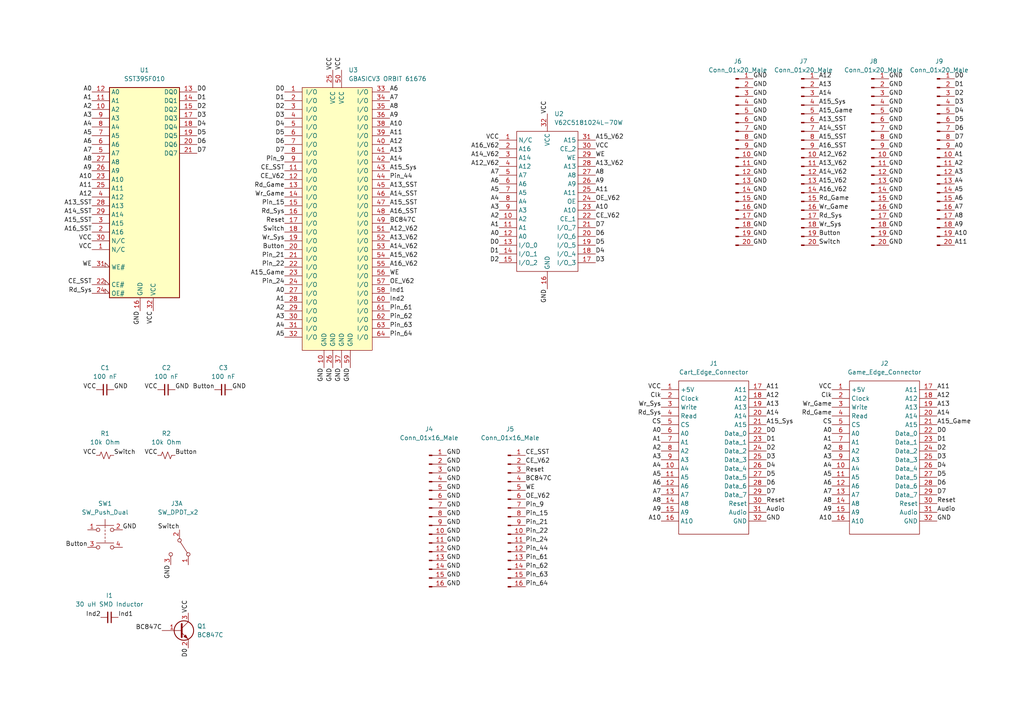
<source format=kicad_sch>
(kicad_sch (version 20211123) (generator eeschema)

  (uuid 55992e35-fe7b-468a-9b7a-1e4dc931b904)

  (paper "A4")

  (title_block
    (title "GB/GBC Gameshark")
    (date "2022-06-11")
    (rev "1")
    (company "Datel / Interact")
  )

  (lib_symbols
    (symbol "Connector:Conn_01x16_Male" (pin_names (offset 1.016) hide) (in_bom yes) (on_board yes)
      (property "Reference" "J" (id 0) (at 0 20.32 0)
        (effects (font (size 1.27 1.27)))
      )
      (property "Value" "Conn_01x16_Male" (id 1) (at 0 -22.86 0)
        (effects (font (size 1.27 1.27)))
      )
      (property "Footprint" "" (id 2) (at 0 0 0)
        (effects (font (size 1.27 1.27)) hide)
      )
      (property "Datasheet" "~" (id 3) (at 0 0 0)
        (effects (font (size 1.27 1.27)) hide)
      )
      (property "ki_keywords" "connector" (id 4) (at 0 0 0)
        (effects (font (size 1.27 1.27)) hide)
      )
      (property "ki_description" "Generic connector, single row, 01x16, script generated (kicad-library-utils/schlib/autogen/connector/)" (id 5) (at 0 0 0)
        (effects (font (size 1.27 1.27)) hide)
      )
      (property "ki_fp_filters" "Connector*:*_1x??_*" (id 6) (at 0 0 0)
        (effects (font (size 1.27 1.27)) hide)
      )
      (symbol "Conn_01x16_Male_1_1"
        (polyline
          (pts
            (xy 1.27 -20.32)
            (xy 0.8636 -20.32)
          )
          (stroke (width 0.1524) (type default) (color 0 0 0 0))
          (fill (type none))
        )
        (polyline
          (pts
            (xy 1.27 -17.78)
            (xy 0.8636 -17.78)
          )
          (stroke (width 0.1524) (type default) (color 0 0 0 0))
          (fill (type none))
        )
        (polyline
          (pts
            (xy 1.27 -15.24)
            (xy 0.8636 -15.24)
          )
          (stroke (width 0.1524) (type default) (color 0 0 0 0))
          (fill (type none))
        )
        (polyline
          (pts
            (xy 1.27 -12.7)
            (xy 0.8636 -12.7)
          )
          (stroke (width 0.1524) (type default) (color 0 0 0 0))
          (fill (type none))
        )
        (polyline
          (pts
            (xy 1.27 -10.16)
            (xy 0.8636 -10.16)
          )
          (stroke (width 0.1524) (type default) (color 0 0 0 0))
          (fill (type none))
        )
        (polyline
          (pts
            (xy 1.27 -7.62)
            (xy 0.8636 -7.62)
          )
          (stroke (width 0.1524) (type default) (color 0 0 0 0))
          (fill (type none))
        )
        (polyline
          (pts
            (xy 1.27 -5.08)
            (xy 0.8636 -5.08)
          )
          (stroke (width 0.1524) (type default) (color 0 0 0 0))
          (fill (type none))
        )
        (polyline
          (pts
            (xy 1.27 -2.54)
            (xy 0.8636 -2.54)
          )
          (stroke (width 0.1524) (type default) (color 0 0 0 0))
          (fill (type none))
        )
        (polyline
          (pts
            (xy 1.27 0)
            (xy 0.8636 0)
          )
          (stroke (width 0.1524) (type default) (color 0 0 0 0))
          (fill (type none))
        )
        (polyline
          (pts
            (xy 1.27 2.54)
            (xy 0.8636 2.54)
          )
          (stroke (width 0.1524) (type default) (color 0 0 0 0))
          (fill (type none))
        )
        (polyline
          (pts
            (xy 1.27 5.08)
            (xy 0.8636 5.08)
          )
          (stroke (width 0.1524) (type default) (color 0 0 0 0))
          (fill (type none))
        )
        (polyline
          (pts
            (xy 1.27 7.62)
            (xy 0.8636 7.62)
          )
          (stroke (width 0.1524) (type default) (color 0 0 0 0))
          (fill (type none))
        )
        (polyline
          (pts
            (xy 1.27 10.16)
            (xy 0.8636 10.16)
          )
          (stroke (width 0.1524) (type default) (color 0 0 0 0))
          (fill (type none))
        )
        (polyline
          (pts
            (xy 1.27 12.7)
            (xy 0.8636 12.7)
          )
          (stroke (width 0.1524) (type default) (color 0 0 0 0))
          (fill (type none))
        )
        (polyline
          (pts
            (xy 1.27 15.24)
            (xy 0.8636 15.24)
          )
          (stroke (width 0.1524) (type default) (color 0 0 0 0))
          (fill (type none))
        )
        (polyline
          (pts
            (xy 1.27 17.78)
            (xy 0.8636 17.78)
          )
          (stroke (width 0.1524) (type default) (color 0 0 0 0))
          (fill (type none))
        )
        (rectangle (start 0.8636 -20.193) (end 0 -20.447)
          (stroke (width 0.1524) (type default) (color 0 0 0 0))
          (fill (type outline))
        )
        (rectangle (start 0.8636 -17.653) (end 0 -17.907)
          (stroke (width 0.1524) (type default) (color 0 0 0 0))
          (fill (type outline))
        )
        (rectangle (start 0.8636 -15.113) (end 0 -15.367)
          (stroke (width 0.1524) (type default) (color 0 0 0 0))
          (fill (type outline))
        )
        (rectangle (start 0.8636 -12.573) (end 0 -12.827)
          (stroke (width 0.1524) (type default) (color 0 0 0 0))
          (fill (type outline))
        )
        (rectangle (start 0.8636 -10.033) (end 0 -10.287)
          (stroke (width 0.1524) (type default) (color 0 0 0 0))
          (fill (type outline))
        )
        (rectangle (start 0.8636 -7.493) (end 0 -7.747)
          (stroke (width 0.1524) (type default) (color 0 0 0 0))
          (fill (type outline))
        )
        (rectangle (start 0.8636 -4.953) (end 0 -5.207)
          (stroke (width 0.1524) (type default) (color 0 0 0 0))
          (fill (type outline))
        )
        (rectangle (start 0.8636 -2.413) (end 0 -2.667)
          (stroke (width 0.1524) (type default) (color 0 0 0 0))
          (fill (type outline))
        )
        (rectangle (start 0.8636 0.127) (end 0 -0.127)
          (stroke (width 0.1524) (type default) (color 0 0 0 0))
          (fill (type outline))
        )
        (rectangle (start 0.8636 2.667) (end 0 2.413)
          (stroke (width 0.1524) (type default) (color 0 0 0 0))
          (fill (type outline))
        )
        (rectangle (start 0.8636 5.207) (end 0 4.953)
          (stroke (width 0.1524) (type default) (color 0 0 0 0))
          (fill (type outline))
        )
        (rectangle (start 0.8636 7.747) (end 0 7.493)
          (stroke (width 0.1524) (type default) (color 0 0 0 0))
          (fill (type outline))
        )
        (rectangle (start 0.8636 10.287) (end 0 10.033)
          (stroke (width 0.1524) (type default) (color 0 0 0 0))
          (fill (type outline))
        )
        (rectangle (start 0.8636 12.827) (end 0 12.573)
          (stroke (width 0.1524) (type default) (color 0 0 0 0))
          (fill (type outline))
        )
        (rectangle (start 0.8636 15.367) (end 0 15.113)
          (stroke (width 0.1524) (type default) (color 0 0 0 0))
          (fill (type outline))
        )
        (rectangle (start 0.8636 17.907) (end 0 17.653)
          (stroke (width 0.1524) (type default) (color 0 0 0 0))
          (fill (type outline))
        )
        (pin passive line (at 5.08 17.78 180) (length 3.81)
          (name "Pin_1" (effects (font (size 1.27 1.27))))
          (number "1" (effects (font (size 1.27 1.27))))
        )
        (pin passive line (at 5.08 -5.08 180) (length 3.81)
          (name "Pin_10" (effects (font (size 1.27 1.27))))
          (number "10" (effects (font (size 1.27 1.27))))
        )
        (pin passive line (at 5.08 -7.62 180) (length 3.81)
          (name "Pin_11" (effects (font (size 1.27 1.27))))
          (number "11" (effects (font (size 1.27 1.27))))
        )
        (pin passive line (at 5.08 -10.16 180) (length 3.81)
          (name "Pin_12" (effects (font (size 1.27 1.27))))
          (number "12" (effects (font (size 1.27 1.27))))
        )
        (pin passive line (at 5.08 -12.7 180) (length 3.81)
          (name "Pin_13" (effects (font (size 1.27 1.27))))
          (number "13" (effects (font (size 1.27 1.27))))
        )
        (pin passive line (at 5.08 -15.24 180) (length 3.81)
          (name "Pin_14" (effects (font (size 1.27 1.27))))
          (number "14" (effects (font (size 1.27 1.27))))
        )
        (pin passive line (at 5.08 -17.78 180) (length 3.81)
          (name "Pin_15" (effects (font (size 1.27 1.27))))
          (number "15" (effects (font (size 1.27 1.27))))
        )
        (pin passive line (at 5.08 -20.32 180) (length 3.81)
          (name "Pin_16" (effects (font (size 1.27 1.27))))
          (number "16" (effects (font (size 1.27 1.27))))
        )
        (pin passive line (at 5.08 15.24 180) (length 3.81)
          (name "Pin_2" (effects (font (size 1.27 1.27))))
          (number "2" (effects (font (size 1.27 1.27))))
        )
        (pin passive line (at 5.08 12.7 180) (length 3.81)
          (name "Pin_3" (effects (font (size 1.27 1.27))))
          (number "3" (effects (font (size 1.27 1.27))))
        )
        (pin passive line (at 5.08 10.16 180) (length 3.81)
          (name "Pin_4" (effects (font (size 1.27 1.27))))
          (number "4" (effects (font (size 1.27 1.27))))
        )
        (pin passive line (at 5.08 7.62 180) (length 3.81)
          (name "Pin_5" (effects (font (size 1.27 1.27))))
          (number "5" (effects (font (size 1.27 1.27))))
        )
        (pin passive line (at 5.08 5.08 180) (length 3.81)
          (name "Pin_6" (effects (font (size 1.27 1.27))))
          (number "6" (effects (font (size 1.27 1.27))))
        )
        (pin passive line (at 5.08 2.54 180) (length 3.81)
          (name "Pin_7" (effects (font (size 1.27 1.27))))
          (number "7" (effects (font (size 1.27 1.27))))
        )
        (pin passive line (at 5.08 0 180) (length 3.81)
          (name "Pin_8" (effects (font (size 1.27 1.27))))
          (number "8" (effects (font (size 1.27 1.27))))
        )
        (pin passive line (at 5.08 -2.54 180) (length 3.81)
          (name "Pin_9" (effects (font (size 1.27 1.27))))
          (number "9" (effects (font (size 1.27 1.27))))
        )
      )
    )
    (symbol "Connector:Conn_01x20_Male" (pin_names (offset 1.016) hide) (in_bom yes) (on_board yes)
      (property "Reference" "J" (id 0) (at 0 25.4 0)
        (effects (font (size 1.27 1.27)))
      )
      (property "Value" "Conn_01x20_Male" (id 1) (at 0 -27.94 0)
        (effects (font (size 1.27 1.27)))
      )
      (property "Footprint" "" (id 2) (at 0 0 0)
        (effects (font (size 1.27 1.27)) hide)
      )
      (property "Datasheet" "~" (id 3) (at 0 0 0)
        (effects (font (size 1.27 1.27)) hide)
      )
      (property "ki_keywords" "connector" (id 4) (at 0 0 0)
        (effects (font (size 1.27 1.27)) hide)
      )
      (property "ki_description" "Generic connector, single row, 01x20, script generated (kicad-library-utils/schlib/autogen/connector/)" (id 5) (at 0 0 0)
        (effects (font (size 1.27 1.27)) hide)
      )
      (property "ki_fp_filters" "Connector*:*_1x??_*" (id 6) (at 0 0 0)
        (effects (font (size 1.27 1.27)) hide)
      )
      (symbol "Conn_01x20_Male_1_1"
        (polyline
          (pts
            (xy 1.27 -25.4)
            (xy 0.8636 -25.4)
          )
          (stroke (width 0.1524) (type default) (color 0 0 0 0))
          (fill (type none))
        )
        (polyline
          (pts
            (xy 1.27 -22.86)
            (xy 0.8636 -22.86)
          )
          (stroke (width 0.1524) (type default) (color 0 0 0 0))
          (fill (type none))
        )
        (polyline
          (pts
            (xy 1.27 -20.32)
            (xy 0.8636 -20.32)
          )
          (stroke (width 0.1524) (type default) (color 0 0 0 0))
          (fill (type none))
        )
        (polyline
          (pts
            (xy 1.27 -17.78)
            (xy 0.8636 -17.78)
          )
          (stroke (width 0.1524) (type default) (color 0 0 0 0))
          (fill (type none))
        )
        (polyline
          (pts
            (xy 1.27 -15.24)
            (xy 0.8636 -15.24)
          )
          (stroke (width 0.1524) (type default) (color 0 0 0 0))
          (fill (type none))
        )
        (polyline
          (pts
            (xy 1.27 -12.7)
            (xy 0.8636 -12.7)
          )
          (stroke (width 0.1524) (type default) (color 0 0 0 0))
          (fill (type none))
        )
        (polyline
          (pts
            (xy 1.27 -10.16)
            (xy 0.8636 -10.16)
          )
          (stroke (width 0.1524) (type default) (color 0 0 0 0))
          (fill (type none))
        )
        (polyline
          (pts
            (xy 1.27 -7.62)
            (xy 0.8636 -7.62)
          )
          (stroke (width 0.1524) (type default) (color 0 0 0 0))
          (fill (type none))
        )
        (polyline
          (pts
            (xy 1.27 -5.08)
            (xy 0.8636 -5.08)
          )
          (stroke (width 0.1524) (type default) (color 0 0 0 0))
          (fill (type none))
        )
        (polyline
          (pts
            (xy 1.27 -2.54)
            (xy 0.8636 -2.54)
          )
          (stroke (width 0.1524) (type default) (color 0 0 0 0))
          (fill (type none))
        )
        (polyline
          (pts
            (xy 1.27 0)
            (xy 0.8636 0)
          )
          (stroke (width 0.1524) (type default) (color 0 0 0 0))
          (fill (type none))
        )
        (polyline
          (pts
            (xy 1.27 2.54)
            (xy 0.8636 2.54)
          )
          (stroke (width 0.1524) (type default) (color 0 0 0 0))
          (fill (type none))
        )
        (polyline
          (pts
            (xy 1.27 5.08)
            (xy 0.8636 5.08)
          )
          (stroke (width 0.1524) (type default) (color 0 0 0 0))
          (fill (type none))
        )
        (polyline
          (pts
            (xy 1.27 7.62)
            (xy 0.8636 7.62)
          )
          (stroke (width 0.1524) (type default) (color 0 0 0 0))
          (fill (type none))
        )
        (polyline
          (pts
            (xy 1.27 10.16)
            (xy 0.8636 10.16)
          )
          (stroke (width 0.1524) (type default) (color 0 0 0 0))
          (fill (type none))
        )
        (polyline
          (pts
            (xy 1.27 12.7)
            (xy 0.8636 12.7)
          )
          (stroke (width 0.1524) (type default) (color 0 0 0 0))
          (fill (type none))
        )
        (polyline
          (pts
            (xy 1.27 15.24)
            (xy 0.8636 15.24)
          )
          (stroke (width 0.1524) (type default) (color 0 0 0 0))
          (fill (type none))
        )
        (polyline
          (pts
            (xy 1.27 17.78)
            (xy 0.8636 17.78)
          )
          (stroke (width 0.1524) (type default) (color 0 0 0 0))
          (fill (type none))
        )
        (polyline
          (pts
            (xy 1.27 20.32)
            (xy 0.8636 20.32)
          )
          (stroke (width 0.1524) (type default) (color 0 0 0 0))
          (fill (type none))
        )
        (polyline
          (pts
            (xy 1.27 22.86)
            (xy 0.8636 22.86)
          )
          (stroke (width 0.1524) (type default) (color 0 0 0 0))
          (fill (type none))
        )
        (rectangle (start 0.8636 -25.273) (end 0 -25.527)
          (stroke (width 0.1524) (type default) (color 0 0 0 0))
          (fill (type outline))
        )
        (rectangle (start 0.8636 -22.733) (end 0 -22.987)
          (stroke (width 0.1524) (type default) (color 0 0 0 0))
          (fill (type outline))
        )
        (rectangle (start 0.8636 -20.193) (end 0 -20.447)
          (stroke (width 0.1524) (type default) (color 0 0 0 0))
          (fill (type outline))
        )
        (rectangle (start 0.8636 -17.653) (end 0 -17.907)
          (stroke (width 0.1524) (type default) (color 0 0 0 0))
          (fill (type outline))
        )
        (rectangle (start 0.8636 -15.113) (end 0 -15.367)
          (stroke (width 0.1524) (type default) (color 0 0 0 0))
          (fill (type outline))
        )
        (rectangle (start 0.8636 -12.573) (end 0 -12.827)
          (stroke (width 0.1524) (type default) (color 0 0 0 0))
          (fill (type outline))
        )
        (rectangle (start 0.8636 -10.033) (end 0 -10.287)
          (stroke (width 0.1524) (type default) (color 0 0 0 0))
          (fill (type outline))
        )
        (rectangle (start 0.8636 -7.493) (end 0 -7.747)
          (stroke (width 0.1524) (type default) (color 0 0 0 0))
          (fill (type outline))
        )
        (rectangle (start 0.8636 -4.953) (end 0 -5.207)
          (stroke (width 0.1524) (type default) (color 0 0 0 0))
          (fill (type outline))
        )
        (rectangle (start 0.8636 -2.413) (end 0 -2.667)
          (stroke (width 0.1524) (type default) (color 0 0 0 0))
          (fill (type outline))
        )
        (rectangle (start 0.8636 0.127) (end 0 -0.127)
          (stroke (width 0.1524) (type default) (color 0 0 0 0))
          (fill (type outline))
        )
        (rectangle (start 0.8636 2.667) (end 0 2.413)
          (stroke (width 0.1524) (type default) (color 0 0 0 0))
          (fill (type outline))
        )
        (rectangle (start 0.8636 5.207) (end 0 4.953)
          (stroke (width 0.1524) (type default) (color 0 0 0 0))
          (fill (type outline))
        )
        (rectangle (start 0.8636 7.747) (end 0 7.493)
          (stroke (width 0.1524) (type default) (color 0 0 0 0))
          (fill (type outline))
        )
        (rectangle (start 0.8636 10.287) (end 0 10.033)
          (stroke (width 0.1524) (type default) (color 0 0 0 0))
          (fill (type outline))
        )
        (rectangle (start 0.8636 12.827) (end 0 12.573)
          (stroke (width 0.1524) (type default) (color 0 0 0 0))
          (fill (type outline))
        )
        (rectangle (start 0.8636 15.367) (end 0 15.113)
          (stroke (width 0.1524) (type default) (color 0 0 0 0))
          (fill (type outline))
        )
        (rectangle (start 0.8636 17.907) (end 0 17.653)
          (stroke (width 0.1524) (type default) (color 0 0 0 0))
          (fill (type outline))
        )
        (rectangle (start 0.8636 20.447) (end 0 20.193)
          (stroke (width 0.1524) (type default) (color 0 0 0 0))
          (fill (type outline))
        )
        (rectangle (start 0.8636 22.987) (end 0 22.733)
          (stroke (width 0.1524) (type default) (color 0 0 0 0))
          (fill (type outline))
        )
        (pin passive line (at 5.08 22.86 180) (length 3.81)
          (name "Pin_1" (effects (font (size 1.27 1.27))))
          (number "1" (effects (font (size 1.27 1.27))))
        )
        (pin passive line (at 5.08 0 180) (length 3.81)
          (name "Pin_10" (effects (font (size 1.27 1.27))))
          (number "10" (effects (font (size 1.27 1.27))))
        )
        (pin passive line (at 5.08 -2.54 180) (length 3.81)
          (name "Pin_11" (effects (font (size 1.27 1.27))))
          (number "11" (effects (font (size 1.27 1.27))))
        )
        (pin passive line (at 5.08 -5.08 180) (length 3.81)
          (name "Pin_12" (effects (font (size 1.27 1.27))))
          (number "12" (effects (font (size 1.27 1.27))))
        )
        (pin passive line (at 5.08 -7.62 180) (length 3.81)
          (name "Pin_13" (effects (font (size 1.27 1.27))))
          (number "13" (effects (font (size 1.27 1.27))))
        )
        (pin passive line (at 5.08 -10.16 180) (length 3.81)
          (name "Pin_14" (effects (font (size 1.27 1.27))))
          (number "14" (effects (font (size 1.27 1.27))))
        )
        (pin passive line (at 5.08 -12.7 180) (length 3.81)
          (name "Pin_15" (effects (font (size 1.27 1.27))))
          (number "15" (effects (font (size 1.27 1.27))))
        )
        (pin passive line (at 5.08 -15.24 180) (length 3.81)
          (name "Pin_16" (effects (font (size 1.27 1.27))))
          (number "16" (effects (font (size 1.27 1.27))))
        )
        (pin passive line (at 5.08 -17.78 180) (length 3.81)
          (name "Pin_17" (effects (font (size 1.27 1.27))))
          (number "17" (effects (font (size 1.27 1.27))))
        )
        (pin passive line (at 5.08 -20.32 180) (length 3.81)
          (name "Pin_18" (effects (font (size 1.27 1.27))))
          (number "18" (effects (font (size 1.27 1.27))))
        )
        (pin passive line (at 5.08 -22.86 180) (length 3.81)
          (name "Pin_19" (effects (font (size 1.27 1.27))))
          (number "19" (effects (font (size 1.27 1.27))))
        )
        (pin passive line (at 5.08 20.32 180) (length 3.81)
          (name "Pin_2" (effects (font (size 1.27 1.27))))
          (number "2" (effects (font (size 1.27 1.27))))
        )
        (pin passive line (at 5.08 -25.4 180) (length 3.81)
          (name "Pin_20" (effects (font (size 1.27 1.27))))
          (number "20" (effects (font (size 1.27 1.27))))
        )
        (pin passive line (at 5.08 17.78 180) (length 3.81)
          (name "Pin_3" (effects (font (size 1.27 1.27))))
          (number "3" (effects (font (size 1.27 1.27))))
        )
        (pin passive line (at 5.08 15.24 180) (length 3.81)
          (name "Pin_4" (effects (font (size 1.27 1.27))))
          (number "4" (effects (font (size 1.27 1.27))))
        )
        (pin passive line (at 5.08 12.7 180) (length 3.81)
          (name "Pin_5" (effects (font (size 1.27 1.27))))
          (number "5" (effects (font (size 1.27 1.27))))
        )
        (pin passive line (at 5.08 10.16 180) (length 3.81)
          (name "Pin_6" (effects (font (size 1.27 1.27))))
          (number "6" (effects (font (size 1.27 1.27))))
        )
        (pin passive line (at 5.08 7.62 180) (length 3.81)
          (name "Pin_7" (effects (font (size 1.27 1.27))))
          (number "7" (effects (font (size 1.27 1.27))))
        )
        (pin passive line (at 5.08 5.08 180) (length 3.81)
          (name "Pin_8" (effects (font (size 1.27 1.27))))
          (number "8" (effects (font (size 1.27 1.27))))
        )
        (pin passive line (at 5.08 2.54 180) (length 3.81)
          (name "Pin_9" (effects (font (size 1.27 1.27))))
          (number "9" (effects (font (size 1.27 1.27))))
        )
      )
    )
    (symbol "Custom_GAL:LZ9FC17" (pin_names (offset 1.016)) (in_bom yes) (on_board yes)
      (property "Reference" "U?" (id 0) (at 3.2894 41.91 0)
        (effects (font (size 1.27 1.27)) (justify left))
      )
      (property "Value" "GBASICV3 ORBIT 61676" (id 1) (at 3.2894 39.37 0)
        (effects (font (size 1.27 1.27)) (justify left))
      )
      (property "Footprint" "REF1329:LZ9FC17 GAL" (id 2) (at -2.54 25.4 0)
        (effects (font (size 1.27 1.27)) hide)
      )
      (property "Datasheet" "" (id 3) (at -2.54 25.4 0)
        (effects (font (size 1.27 1.27)) hide)
      )
      (property "ki_keywords" "GAL PLD 16V8" (id 4) (at 0 0 0)
        (effects (font (size 1.27 1.27)) hide)
      )
      (property "ki_description" "Programmable Logic Array, DIP-20/SOIC-20/PLCC-20" (id 5) (at 0 0 0)
        (effects (font (size 1.27 1.27)) hide)
      )
      (property "ki_fp_filters" "DIP* PDIP* SOIC* SO* PLCC*" (id 6) (at 0 0 0)
        (effects (font (size 1.27 1.27)) hide)
      )
      (symbol "LZ9FC17_0_1"
        (rectangle (start -10.16 36.83) (end 10.16 -39.37)
          (stroke (width 0) (type default) (color 0 0 0 0))
          (fill (type background))
        )
      )
      (symbol "LZ9FC17_1_1"
        (pin tri_state line (at -15.24 35.56 0) (length 5.08)
          (name "I/O" (effects (font (size 1.27 1.27))))
          (number "1" (effects (font (size 1.27 1.27))))
        )
        (pin power_in line (at -3.81 -44.45 90) (length 5.08)
          (name "GND" (effects (font (size 1.27 1.27))))
          (number "10" (effects (font (size 1.27 1.27))))
        )
        (pin tri_state line (at -15.24 12.7 0) (length 5.08)
          (name "I/O" (effects (font (size 1.27 1.27))))
          (number "11" (effects (font (size 1.27 1.27))))
        )
        (pin tri_state line (at -15.24 10.16 0) (length 5.08)
          (name "I/O" (effects (font (size 1.27 1.27))))
          (number "12" (effects (font (size 1.27 1.27))))
        )
        (pin tri_state line (at -15.24 7.62 0) (length 5.08)
          (name "I/O" (effects (font (size 1.27 1.27))))
          (number "13" (effects (font (size 1.27 1.27))))
        )
        (pin tri_state line (at -15.24 5.08 0) (length 5.08)
          (name "I/O" (effects (font (size 1.27 1.27))))
          (number "14" (effects (font (size 1.27 1.27))))
        )
        (pin tri_state line (at -15.24 2.54 0) (length 5.08)
          (name "I/O" (effects (font (size 1.27 1.27))))
          (number "15" (effects (font (size 1.27 1.27))))
        )
        (pin tri_state line (at -15.24 0 0) (length 5.08)
          (name "I/O" (effects (font (size 1.27 1.27))))
          (number "16" (effects (font (size 1.27 1.27))))
        )
        (pin tri_state line (at -15.24 -2.54 0) (length 5.08)
          (name "I/O" (effects (font (size 1.27 1.27))))
          (number "17" (effects (font (size 1.27 1.27))))
        )
        (pin tri_state line (at -15.24 -5.08 0) (length 5.08)
          (name "I/O" (effects (font (size 1.27 1.27))))
          (number "18" (effects (font (size 1.27 1.27))))
        )
        (pin tri_state line (at -15.24 -7.62 0) (length 5.08)
          (name "I/O" (effects (font (size 1.27 1.27))))
          (number "19" (effects (font (size 1.27 1.27))))
        )
        (pin tri_state line (at -15.24 33.02 0) (length 5.08)
          (name "I/O" (effects (font (size 1.27 1.27))))
          (number "2" (effects (font (size 1.27 1.27))))
        )
        (pin tri_state line (at -15.24 -10.16 0) (length 5.08)
          (name "I/O" (effects (font (size 1.27 1.27))))
          (number "20" (effects (font (size 1.27 1.27))))
        )
        (pin tri_state line (at -15.24 -12.7 0) (length 5.08)
          (name "I/O" (effects (font (size 1.27 1.27))))
          (number "21" (effects (font (size 1.27 1.27))))
        )
        (pin tri_state line (at -15.24 -15.24 0) (length 5.08)
          (name "I/O" (effects (font (size 1.27 1.27))))
          (number "22" (effects (font (size 1.27 1.27))))
        )
        (pin tri_state line (at -15.24 -17.78 0) (length 5.08)
          (name "I/O" (effects (font (size 1.27 1.27))))
          (number "23" (effects (font (size 1.27 1.27))))
        )
        (pin tri_state line (at -15.24 -20.32 0) (length 5.08)
          (name "I/O" (effects (font (size 1.27 1.27))))
          (number "24" (effects (font (size 1.27 1.27))))
        )
        (pin power_in line (at -1.27 41.91 270) (length 5.08)
          (name "VCC" (effects (font (size 1.27 1.27))))
          (number "25" (effects (font (size 1.27 1.27))))
        )
        (pin power_in line (at -1.27 -44.45 90) (length 5.08)
          (name "GND" (effects (font (size 1.27 1.27))))
          (number "26" (effects (font (size 1.27 1.27))))
        )
        (pin tri_state line (at -15.24 -22.86 0) (length 5.08)
          (name "I/O" (effects (font (size 1.27 1.27))))
          (number "27" (effects (font (size 1.27 1.27))))
        )
        (pin tri_state line (at -15.24 -25.4 0) (length 5.08)
          (name "I/O" (effects (font (size 1.27 1.27))))
          (number "28" (effects (font (size 1.27 1.27))))
        )
        (pin tri_state line (at -15.24 -27.94 0) (length 5.08)
          (name "I/O" (effects (font (size 1.27 1.27))))
          (number "29" (effects (font (size 1.27 1.27))))
        )
        (pin tri_state line (at -15.24 30.48 0) (length 5.08)
          (name "I/O" (effects (font (size 1.27 1.27))))
          (number "3" (effects (font (size 1.27 1.27))))
        )
        (pin tri_state line (at -15.24 -30.48 0) (length 5.08)
          (name "I/O" (effects (font (size 1.27 1.27))))
          (number "30" (effects (font (size 1.27 1.27))))
        )
        (pin tri_state line (at -15.24 -33.02 0) (length 5.08)
          (name "I/O" (effects (font (size 1.27 1.27))))
          (number "31" (effects (font (size 1.27 1.27))))
        )
        (pin tri_state line (at -15.24 -35.56 0) (length 5.08)
          (name "I/O" (effects (font (size 1.27 1.27))))
          (number "32" (effects (font (size 1.27 1.27))))
        )
        (pin tri_state line (at 15.24 35.56 180) (length 5.08)
          (name "I/O" (effects (font (size 1.27 1.27))))
          (number "33" (effects (font (size 1.27 1.27))))
        )
        (pin tri_state line (at 15.24 33.02 180) (length 5.08)
          (name "I/O" (effects (font (size 1.27 1.27))))
          (number "34" (effects (font (size 1.27 1.27))))
        )
        (pin tri_state line (at 15.24 30.48 180) (length 5.08)
          (name "I/O" (effects (font (size 1.27 1.27))))
          (number "35" (effects (font (size 1.27 1.27))))
        )
        (pin tri_state line (at 15.24 27.94 180) (length 5.08)
          (name "I/O" (effects (font (size 1.27 1.27))))
          (number "36" (effects (font (size 1.27 1.27))))
        )
        (pin power_in line (at 1.27 -44.45 90) (length 5.08)
          (name "GND" (effects (font (size 1.27 1.27))))
          (number "37" (effects (font (size 1.27 1.27))))
        )
        (pin tri_state line (at 15.24 25.4 180) (length 5.08)
          (name "I/O" (effects (font (size 1.27 1.27))))
          (number "38" (effects (font (size 1.27 1.27))))
        )
        (pin tri_state line (at 15.24 22.86 180) (length 5.08)
          (name "I/O" (effects (font (size 1.27 1.27))))
          (number "39" (effects (font (size 1.27 1.27))))
        )
        (pin tri_state line (at -15.24 27.94 0) (length 5.08)
          (name "I/O" (effects (font (size 1.27 1.27))))
          (number "4" (effects (font (size 1.27 1.27))))
        )
        (pin tri_state line (at 15.24 20.32 180) (length 5.08)
          (name "I/O" (effects (font (size 1.27 1.27))))
          (number "40" (effects (font (size 1.27 1.27))))
        )
        (pin tri_state line (at 15.24 17.78 180) (length 5.08)
          (name "I/O" (effects (font (size 1.27 1.27))))
          (number "41" (effects (font (size 1.27 1.27))))
        )
        (pin tri_state line (at 15.24 15.24 180) (length 5.08)
          (name "I/O" (effects (font (size 1.27 1.27))))
          (number "42" (effects (font (size 1.27 1.27))))
        )
        (pin tri_state line (at 15.24 12.7 180) (length 5.08)
          (name "I/O" (effects (font (size 1.27 1.27))))
          (number "43" (effects (font (size 1.27 1.27))))
        )
        (pin tri_state line (at 15.24 10.16 180) (length 5.08)
          (name "I/O" (effects (font (size 1.27 1.27))))
          (number "44" (effects (font (size 1.27 1.27))))
        )
        (pin tri_state line (at 15.24 7.62 180) (length 5.08)
          (name "I/O" (effects (font (size 1.27 1.27))))
          (number "45" (effects (font (size 1.27 1.27))))
        )
        (pin tri_state line (at 15.24 5.08 180) (length 5.08)
          (name "I/O" (effects (font (size 1.27 1.27))))
          (number "46" (effects (font (size 1.27 1.27))))
        )
        (pin tri_state line (at 15.24 2.54 180) (length 5.08)
          (name "I/O" (effects (font (size 1.27 1.27))))
          (number "47" (effects (font (size 1.27 1.27))))
        )
        (pin tri_state line (at 15.24 0 180) (length 5.08)
          (name "I/O" (effects (font (size 1.27 1.27))))
          (number "48" (effects (font (size 1.27 1.27))))
        )
        (pin tri_state line (at 15.24 -2.54 180) (length 5.08)
          (name "I/O" (effects (font (size 1.27 1.27))))
          (number "49" (effects (font (size 1.27 1.27))))
        )
        (pin tri_state line (at -15.24 25.4 0) (length 5.08)
          (name "I/O" (effects (font (size 1.27 1.27))))
          (number "5" (effects (font (size 1.27 1.27))))
        )
        (pin power_in line (at 1.27 41.91 270) (length 5.08)
          (name "VCC" (effects (font (size 1.27 1.27))))
          (number "50" (effects (font (size 1.27 1.27))))
        )
        (pin tri_state line (at 15.24 -5.08 180) (length 5.08)
          (name "I/O" (effects (font (size 1.27 1.27))))
          (number "51" (effects (font (size 1.27 1.27))))
        )
        (pin tri_state line (at 15.24 -7.62 180) (length 5.08)
          (name "I/O" (effects (font (size 1.27 1.27))))
          (number "52" (effects (font (size 1.27 1.27))))
        )
        (pin tri_state line (at 15.24 -10.16 180) (length 5.08)
          (name "I/O" (effects (font (size 1.27 1.27))))
          (number "53" (effects (font (size 1.27 1.27))))
        )
        (pin tri_state line (at 15.24 -12.7 180) (length 5.08)
          (name "I/O" (effects (font (size 1.27 1.27))))
          (number "54" (effects (font (size 1.27 1.27))))
        )
        (pin tri_state line (at 15.24 -15.24 180) (length 5.08)
          (name "I/O" (effects (font (size 1.27 1.27))))
          (number "55" (effects (font (size 1.27 1.27))))
        )
        (pin tri_state line (at 15.24 -17.78 180) (length 5.08)
          (name "I/O" (effects (font (size 1.27 1.27))))
          (number "56" (effects (font (size 1.27 1.27))))
        )
        (pin tri_state line (at 15.24 -20.32 180) (length 5.08)
          (name "I/O" (effects (font (size 1.27 1.27))))
          (number "57" (effects (font (size 1.27 1.27))))
        )
        (pin tri_state line (at 15.24 -22.86 180) (length 5.08)
          (name "I/O" (effects (font (size 1.27 1.27))))
          (number "58" (effects (font (size 1.27 1.27))))
        )
        (pin power_in line (at 3.81 -44.45 90) (length 5.08)
          (name "GND" (effects (font (size 1.27 1.27))))
          (number "59" (effects (font (size 1.27 1.27))))
        )
        (pin tri_state line (at -15.24 22.86 0) (length 5.08)
          (name "I/O" (effects (font (size 1.27 1.27))))
          (number "6" (effects (font (size 1.27 1.27))))
        )
        (pin tri_state line (at 15.24 -25.4 180) (length 5.08)
          (name "I/O" (effects (font (size 1.27 1.27))))
          (number "60" (effects (font (size 1.27 1.27))))
        )
        (pin tri_state line (at 15.24 -27.94 180) (length 5.08)
          (name "I/O" (effects (font (size 1.27 1.27))))
          (number "61" (effects (font (size 1.27 1.27))))
        )
        (pin tri_state line (at 15.24 -30.48 180) (length 5.08)
          (name "I/O" (effects (font (size 1.27 1.27))))
          (number "62" (effects (font (size 1.27 1.27))))
        )
        (pin tri_state line (at 15.24 -33.02 180) (length 5.08)
          (name "I/O" (effects (font (size 1.27 1.27))))
          (number "63" (effects (font (size 1.27 1.27))))
        )
        (pin tri_state line (at 15.24 -35.56 180) (length 5.08)
          (name "I/O" (effects (font (size 1.27 1.27))))
          (number "64" (effects (font (size 1.27 1.27))))
        )
        (pin tri_state line (at -15.24 20.32 0) (length 5.08)
          (name "I/O" (effects (font (size 1.27 1.27))))
          (number "7" (effects (font (size 1.27 1.27))))
        )
        (pin tri_state line (at -15.24 17.78 0) (length 5.08)
          (name "I/O" (effects (font (size 1.27 1.27))))
          (number "8" (effects (font (size 1.27 1.27))))
        )
        (pin tri_state line (at -15.24 15.24 0) (length 5.08)
          (name "I/O" (effects (font (size 1.27 1.27))))
          (number "9" (effects (font (size 1.27 1.27))))
        )
      )
    )
    (symbol "Device:C_Small" (pin_numbers hide) (pin_names (offset 0.254) hide) (in_bom yes) (on_board yes)
      (property "Reference" "C" (id 0) (at 0.254 1.778 0)
        (effects (font (size 1.27 1.27)) (justify left))
      )
      (property "Value" "C_Small" (id 1) (at 0.254 -2.032 0)
        (effects (font (size 1.27 1.27)) (justify left))
      )
      (property "Footprint" "" (id 2) (at 0 0 0)
        (effects (font (size 1.27 1.27)) hide)
      )
      (property "Datasheet" "~" (id 3) (at 0 0 0)
        (effects (font (size 1.27 1.27)) hide)
      )
      (property "ki_keywords" "capacitor cap" (id 4) (at 0 0 0)
        (effects (font (size 1.27 1.27)) hide)
      )
      (property "ki_description" "Unpolarized capacitor, small symbol" (id 5) (at 0 0 0)
        (effects (font (size 1.27 1.27)) hide)
      )
      (property "ki_fp_filters" "C_*" (id 6) (at 0 0 0)
        (effects (font (size 1.27 1.27)) hide)
      )
      (symbol "C_Small_0_1"
        (polyline
          (pts
            (xy -1.524 -0.508)
            (xy 1.524 -0.508)
          )
          (stroke (width 0.3302) (type default) (color 0 0 0 0))
          (fill (type none))
        )
        (polyline
          (pts
            (xy -1.524 0.508)
            (xy 1.524 0.508)
          )
          (stroke (width 0.3048) (type default) (color 0 0 0 0))
          (fill (type none))
        )
      )
      (symbol "C_Small_1_1"
        (pin passive line (at 0 2.54 270) (length 2.032)
          (name "~" (effects (font (size 1.27 1.27))))
          (number "1" (effects (font (size 1.27 1.27))))
        )
        (pin passive line (at 0 -2.54 90) (length 2.032)
          (name "~" (effects (font (size 1.27 1.27))))
          (number "2" (effects (font (size 1.27 1.27))))
        )
      )
    )
    (symbol "Device:R_Small_US" (pin_numbers hide) (pin_names (offset 0.254) hide) (in_bom yes) (on_board yes)
      (property "Reference" "R" (id 0) (at 0.762 0.508 0)
        (effects (font (size 1.27 1.27)) (justify left))
      )
      (property "Value" "R_Small_US" (id 1) (at 0.762 -1.016 0)
        (effects (font (size 1.27 1.27)) (justify left))
      )
      (property "Footprint" "" (id 2) (at 0 0 0)
        (effects (font (size 1.27 1.27)) hide)
      )
      (property "Datasheet" "~" (id 3) (at 0 0 0)
        (effects (font (size 1.27 1.27)) hide)
      )
      (property "ki_keywords" "r resistor" (id 4) (at 0 0 0)
        (effects (font (size 1.27 1.27)) hide)
      )
      (property "ki_description" "Resistor, small US symbol" (id 5) (at 0 0 0)
        (effects (font (size 1.27 1.27)) hide)
      )
      (property "ki_fp_filters" "R_*" (id 6) (at 0 0 0)
        (effects (font (size 1.27 1.27)) hide)
      )
      (symbol "R_Small_US_1_1"
        (polyline
          (pts
            (xy 0 0)
            (xy 1.016 -0.381)
            (xy 0 -0.762)
            (xy -1.016 -1.143)
            (xy 0 -1.524)
          )
          (stroke (width 0) (type default) (color 0 0 0 0))
          (fill (type none))
        )
        (polyline
          (pts
            (xy 0 1.524)
            (xy 1.016 1.143)
            (xy 0 0.762)
            (xy -1.016 0.381)
            (xy 0 0)
          )
          (stroke (width 0) (type default) (color 0 0 0 0))
          (fill (type none))
        )
        (pin passive line (at 0 2.54 270) (length 1.016)
          (name "~" (effects (font (size 1.27 1.27))))
          (number "1" (effects (font (size 1.27 1.27))))
        )
        (pin passive line (at 0 -2.54 90) (length 1.016)
          (name "~" (effects (font (size 1.27 1.27))))
          (number "2" (effects (font (size 1.27 1.27))))
        )
      )
    )
    (symbol "Gameboy:Cart_Edge_Connector" (in_bom yes) (on_board yes)
      (property "Reference" "U" (id 0) (at 0 20.32 0)
        (effects (font (size 1.27 1.27)))
      )
      (property "Value" "Cart_Edge_Connector" (id 1) (at 0 26.67 0)
        (effects (font (size 1.27 1.27)))
      )
      (property "Footprint" "" (id 2) (at 0 0 0)
        (effects (font (size 1.27 1.27)) hide)
      )
      (property "Datasheet" "" (id 3) (at 0 0 0)
        (effects (font (size 1.27 1.27)) hide)
      )
      (symbol "Cart_Edge_Connector_0_1"
        (rectangle (start -10.16 10.16) (end 10.16 -34.29)
          (stroke (width 0) (type default) (color 0 0 0 0))
          (fill (type none))
        )
      )
      (symbol "Cart_Edge_Connector_1_1"
        (pin power_in line (at -15.24 7.62 0) (length 5.08)
          (name "+5V" (effects (font (size 1.27 1.27))))
          (number "1" (effects (font (size 1.27 1.27))))
        )
        (pin bidirectional line (at -15.24 -15.24 0) (length 5.08)
          (name "A4" (effects (font (size 1.27 1.27))))
          (number "10" (effects (font (size 1.27 1.27))))
        )
        (pin bidirectional line (at -15.24 -17.78 0) (length 5.08)
          (name "A5" (effects (font (size 1.27 1.27))))
          (number "11" (effects (font (size 1.27 1.27))))
        )
        (pin bidirectional line (at -15.24 -20.32 0) (length 5.08)
          (name "A6" (effects (font (size 1.27 1.27))))
          (number "12" (effects (font (size 1.27 1.27))))
        )
        (pin bidirectional line (at -15.24 -22.86 0) (length 5.08)
          (name "A7" (effects (font (size 1.27 1.27))))
          (number "13" (effects (font (size 1.27 1.27))))
        )
        (pin bidirectional line (at -15.24 -25.4 0) (length 5.08)
          (name "A8" (effects (font (size 1.27 1.27))))
          (number "14" (effects (font (size 1.27 1.27))))
        )
        (pin bidirectional line (at -15.24 -27.94 0) (length 5.08)
          (name "A9" (effects (font (size 1.27 1.27))))
          (number "15" (effects (font (size 1.27 1.27))))
        )
        (pin bidirectional line (at -15.24 -30.48 0) (length 5.08)
          (name "A10" (effects (font (size 1.27 1.27))))
          (number "16" (effects (font (size 1.27 1.27))))
        )
        (pin bidirectional line (at 15.24 7.62 180) (length 5.08)
          (name "A11" (effects (font (size 1.27 1.27))))
          (number "17" (effects (font (size 1.27 1.27))))
        )
        (pin bidirectional line (at 15.24 5.08 180) (length 5.08)
          (name "A12" (effects (font (size 1.27 1.27))))
          (number "18" (effects (font (size 1.27 1.27))))
        )
        (pin bidirectional line (at 15.24 2.54 180) (length 5.08)
          (name "A13" (effects (font (size 1.27 1.27))))
          (number "19" (effects (font (size 1.27 1.27))))
        )
        (pin bidirectional line (at -15.24 5.08 0) (length 5.08)
          (name "Clock" (effects (font (size 1.27 1.27))))
          (number "2" (effects (font (size 1.27 1.27))))
        )
        (pin bidirectional line (at 15.24 0 180) (length 5.08)
          (name "A14" (effects (font (size 1.27 1.27))))
          (number "20" (effects (font (size 1.27 1.27))))
        )
        (pin bidirectional line (at 15.24 -2.54 180) (length 5.08)
          (name "A15" (effects (font (size 1.27 1.27))))
          (number "21" (effects (font (size 1.27 1.27))))
        )
        (pin bidirectional line (at 15.24 -5.08 180) (length 5.08)
          (name "Data_0" (effects (font (size 1.27 1.27))))
          (number "22" (effects (font (size 1.27 1.27))))
        )
        (pin bidirectional line (at 15.24 -7.62 180) (length 5.08)
          (name "Data_1" (effects (font (size 1.27 1.27))))
          (number "23" (effects (font (size 1.27 1.27))))
        )
        (pin bidirectional line (at 15.24 -10.16 180) (length 5.08)
          (name "Data_2" (effects (font (size 1.27 1.27))))
          (number "24" (effects (font (size 1.27 1.27))))
        )
        (pin bidirectional line (at 15.24 -12.7 180) (length 5.08)
          (name "Data_3" (effects (font (size 1.27 1.27))))
          (number "25" (effects (font (size 1.27 1.27))))
        )
        (pin bidirectional line (at 15.24 -15.24 180) (length 5.08)
          (name "Data_4" (effects (font (size 1.27 1.27))))
          (number "26" (effects (font (size 1.27 1.27))))
        )
        (pin bidirectional line (at 15.24 -17.78 180) (length 5.08)
          (name "Data_5" (effects (font (size 1.27 1.27))))
          (number "27" (effects (font (size 1.27 1.27))))
        )
        (pin bidirectional line (at 15.24 -20.32 180) (length 5.08)
          (name "Data_6" (effects (font (size 1.27 1.27))))
          (number "28" (effects (font (size 1.27 1.27))))
        )
        (pin bidirectional line (at 15.24 -22.86 180) (length 5.08)
          (name "Data_7" (effects (font (size 1.27 1.27))))
          (number "29" (effects (font (size 1.27 1.27))))
        )
        (pin bidirectional line (at -15.24 2.54 0) (length 5.08)
          (name "Write" (effects (font (size 1.27 1.27))))
          (number "3" (effects (font (size 1.27 1.27))))
        )
        (pin bidirectional line (at 15.24 -25.4 180) (length 5.08)
          (name "Reset" (effects (font (size 1.27 1.27))))
          (number "30" (effects (font (size 1.27 1.27))))
        )
        (pin bidirectional line (at 15.24 -27.94 180) (length 5.08)
          (name "Audio" (effects (font (size 1.27 1.27))))
          (number "31" (effects (font (size 1.27 1.27))))
        )
        (pin bidirectional line (at 15.24 -30.48 180) (length 5.08)
          (name "GND" (effects (font (size 1.27 1.27))))
          (number "32" (effects (font (size 1.27 1.27))))
        )
        (pin bidirectional line (at -15.24 0 0) (length 5.08)
          (name "Read" (effects (font (size 1.27 1.27))))
          (number "4" (effects (font (size 1.27 1.27))))
        )
        (pin bidirectional line (at -15.24 -2.54 0) (length 5.08)
          (name "CS" (effects (font (size 1.27 1.27))))
          (number "5" (effects (font (size 1.27 1.27))))
        )
        (pin bidirectional line (at -15.24 -5.08 0) (length 5.08)
          (name "A0" (effects (font (size 1.27 1.27))))
          (number "6" (effects (font (size 1.27 1.27))))
        )
        (pin bidirectional line (at -15.24 -7.62 0) (length 5.08)
          (name "A1" (effects (font (size 1.27 1.27))))
          (number "7" (effects (font (size 1.27 1.27))))
        )
        (pin bidirectional line (at -15.24 -10.16 0) (length 5.08)
          (name "A2" (effects (font (size 1.27 1.27))))
          (number "8" (effects (font (size 1.27 1.27))))
        )
        (pin bidirectional line (at -15.24 -12.7 0) (length 5.08)
          (name "A3" (effects (font (size 1.27 1.27))))
          (number "9" (effects (font (size 1.27 1.27))))
        )
      )
    )
    (symbol "Gameboy:Game_Edge_Connector" (in_bom yes) (on_board yes)
      (property "Reference" "U" (id 0) (at 0 20.32 0)
        (effects (font (size 1.27 1.27)))
      )
      (property "Value" "Game_Edge_Connector" (id 1) (at 0 26.67 0)
        (effects (font (size 1.27 1.27)))
      )
      (property "Footprint" "" (id 2) (at 0 0 0)
        (effects (font (size 1.27 1.27)) hide)
      )
      (property "Datasheet" "" (id 3) (at 0 0 0)
        (effects (font (size 1.27 1.27)) hide)
      )
      (symbol "Game_Edge_Connector_0_1"
        (rectangle (start -10.16 10.16) (end 10.16 -34.29)
          (stroke (width 0) (type default) (color 0 0 0 0))
          (fill (type none))
        )
      )
      (symbol "Game_Edge_Connector_1_1"
        (pin power_in line (at -15.24 7.62 0) (length 5.08)
          (name "+5V" (effects (font (size 1.27 1.27))))
          (number "1" (effects (font (size 1.27 1.27))))
        )
        (pin bidirectional line (at -15.24 -15.24 0) (length 5.08)
          (name "A4" (effects (font (size 1.27 1.27))))
          (number "10" (effects (font (size 1.27 1.27))))
        )
        (pin bidirectional line (at -15.24 -17.78 0) (length 5.08)
          (name "A5" (effects (font (size 1.27 1.27))))
          (number "11" (effects (font (size 1.27 1.27))))
        )
        (pin bidirectional line (at -15.24 -20.32 0) (length 5.08)
          (name "A6" (effects (font (size 1.27 1.27))))
          (number "12" (effects (font (size 1.27 1.27))))
        )
        (pin bidirectional line (at -15.24 -22.86 0) (length 5.08)
          (name "A7" (effects (font (size 1.27 1.27))))
          (number "13" (effects (font (size 1.27 1.27))))
        )
        (pin bidirectional line (at -15.24 -25.4 0) (length 5.08)
          (name "A8" (effects (font (size 1.27 1.27))))
          (number "14" (effects (font (size 1.27 1.27))))
        )
        (pin bidirectional line (at -15.24 -27.94 0) (length 5.08)
          (name "A9" (effects (font (size 1.27 1.27))))
          (number "15" (effects (font (size 1.27 1.27))))
        )
        (pin bidirectional line (at -15.24 -30.48 0) (length 5.08)
          (name "A10" (effects (font (size 1.27 1.27))))
          (number "16" (effects (font (size 1.27 1.27))))
        )
        (pin bidirectional line (at 15.24 7.62 180) (length 5.08)
          (name "A11" (effects (font (size 1.27 1.27))))
          (number "17" (effects (font (size 1.27 1.27))))
        )
        (pin bidirectional line (at 15.24 5.08 180) (length 5.08)
          (name "A12" (effects (font (size 1.27 1.27))))
          (number "18" (effects (font (size 1.27 1.27))))
        )
        (pin bidirectional line (at 15.24 2.54 180) (length 5.08)
          (name "A13" (effects (font (size 1.27 1.27))))
          (number "19" (effects (font (size 1.27 1.27))))
        )
        (pin bidirectional line (at -15.24 5.08 0) (length 5.08)
          (name "Clock" (effects (font (size 1.27 1.27))))
          (number "2" (effects (font (size 1.27 1.27))))
        )
        (pin bidirectional line (at 15.24 0 180) (length 5.08)
          (name "A14" (effects (font (size 1.27 1.27))))
          (number "20" (effects (font (size 1.27 1.27))))
        )
        (pin bidirectional line (at 15.24 -2.54 180) (length 5.08)
          (name "A15" (effects (font (size 1.27 1.27))))
          (number "21" (effects (font (size 1.27 1.27))))
        )
        (pin bidirectional line (at 15.24 -5.08 180) (length 5.08)
          (name "Data_0" (effects (font (size 1.27 1.27))))
          (number "22" (effects (font (size 1.27 1.27))))
        )
        (pin bidirectional line (at 15.24 -7.62 180) (length 5.08)
          (name "Data_1" (effects (font (size 1.27 1.27))))
          (number "23" (effects (font (size 1.27 1.27))))
        )
        (pin bidirectional line (at 15.24 -10.16 180) (length 5.08)
          (name "Data_2" (effects (font (size 1.27 1.27))))
          (number "24" (effects (font (size 1.27 1.27))))
        )
        (pin bidirectional line (at 15.24 -12.7 180) (length 5.08)
          (name "Data_3" (effects (font (size 1.27 1.27))))
          (number "25" (effects (font (size 1.27 1.27))))
        )
        (pin bidirectional line (at 15.24 -15.24 180) (length 5.08)
          (name "Data_4" (effects (font (size 1.27 1.27))))
          (number "26" (effects (font (size 1.27 1.27))))
        )
        (pin bidirectional line (at 15.24 -17.78 180) (length 5.08)
          (name "Data_5" (effects (font (size 1.27 1.27))))
          (number "27" (effects (font (size 1.27 1.27))))
        )
        (pin bidirectional line (at 15.24 -20.32 180) (length 5.08)
          (name "Data_6" (effects (font (size 1.27 1.27))))
          (number "28" (effects (font (size 1.27 1.27))))
        )
        (pin bidirectional line (at 15.24 -22.86 180) (length 5.08)
          (name "Data_7" (effects (font (size 1.27 1.27))))
          (number "29" (effects (font (size 1.27 1.27))))
        )
        (pin bidirectional line (at -15.24 2.54 0) (length 5.08)
          (name "Write" (effects (font (size 1.27 1.27))))
          (number "3" (effects (font (size 1.27 1.27))))
        )
        (pin bidirectional line (at 15.24 -25.4 180) (length 5.08)
          (name "Reset" (effects (font (size 1.27 1.27))))
          (number "30" (effects (font (size 1.27 1.27))))
        )
        (pin bidirectional line (at 15.24 -27.94 180) (length 5.08)
          (name "Audio" (effects (font (size 1.27 1.27))))
          (number "31" (effects (font (size 1.27 1.27))))
        )
        (pin bidirectional line (at 15.24 -30.48 180) (length 5.08)
          (name "GND" (effects (font (size 1.27 1.27))))
          (number "32" (effects (font (size 1.27 1.27))))
        )
        (pin bidirectional line (at -15.24 0 0) (length 5.08)
          (name "Read" (effects (font (size 1.27 1.27))))
          (number "4" (effects (font (size 1.27 1.27))))
        )
        (pin bidirectional line (at -15.24 -2.54 0) (length 5.08)
          (name "CS" (effects (font (size 1.27 1.27))))
          (number "5" (effects (font (size 1.27 1.27))))
        )
        (pin bidirectional line (at -15.24 -5.08 0) (length 5.08)
          (name "A0" (effects (font (size 1.27 1.27))))
          (number "6" (effects (font (size 1.27 1.27))))
        )
        (pin bidirectional line (at -15.24 -7.62 0) (length 5.08)
          (name "A1" (effects (font (size 1.27 1.27))))
          (number "7" (effects (font (size 1.27 1.27))))
        )
        (pin bidirectional line (at -15.24 -10.16 0) (length 5.08)
          (name "A2" (effects (font (size 1.27 1.27))))
          (number "8" (effects (font (size 1.27 1.27))))
        )
        (pin bidirectional line (at -15.24 -12.7 0) (length 5.08)
          (name "A3" (effects (font (size 1.27 1.27))))
          (number "9" (effects (font (size 1.27 1.27))))
        )
      )
    )
    (symbol "Gameboy:SST28LF040" (in_bom yes) (on_board yes)
      (property "Reference" "U?" (id 0) (at 0 36.83 0)
        (effects (font (size 1.27 1.27)))
      )
      (property "Value" "SST39SF010" (id 1) (at 0 34.29 0)
        (effects (font (size 1.27 1.27)))
      )
      (property "Footprint" "Gameboy:SST 28SF040" (id 2) (at 0 7.62 0)
        (effects (font (size 1.27 1.27)) hide)
      )
      (property "Datasheet" "" (id 3) (at -40.64 41.91 0)
        (effects (font (size 1.27 1.27)) hide)
      )
      (property "ki_keywords" "512k flash rom" (id 4) (at 0 0 0)
        (effects (font (size 1.27 1.27)) hide)
      )
      (property "ki_description" "Silicon Storage Technology (SSF) 512k x 8 Flash ROM" (id 5) (at 0 0 0)
        (effects (font (size 1.27 1.27)) hide)
      )
      (symbol "SST28LF040_0_1"
        (rectangle (start -10.16 31.75) (end 10.16 -29.21)
          (stroke (width 0.254) (type default) (color 0 0 0 0))
          (fill (type background))
        )
      )
      (symbol "SST28LF040_1_1"
        (pin input line (at -15.24 -15.24 0) (length 5.08)
          (name "N/C" (effects (font (size 1.27 1.27))))
          (number "1" (effects (font (size 1.27 1.27))))
        )
        (pin input line (at -15.24 25.4 0) (length 5.08)
          (name "A2" (effects (font (size 1.27 1.27))))
          (number "10" (effects (font (size 1.27 1.27))))
        )
        (pin input line (at -15.24 27.94 0) (length 5.08)
          (name "A1" (effects (font (size 1.27 1.27))))
          (number "11" (effects (font (size 1.27 1.27))))
        )
        (pin input line (at -15.24 30.48 0) (length 5.08)
          (name "A0" (effects (font (size 1.27 1.27))))
          (number "12" (effects (font (size 1.27 1.27))))
        )
        (pin tri_state line (at 15.24 30.48 180) (length 5.08)
          (name "DQ0" (effects (font (size 1.27 1.27))))
          (number "13" (effects (font (size 1.27 1.27))))
        )
        (pin tri_state line (at 15.24 27.94 180) (length 5.08)
          (name "DQ1" (effects (font (size 1.27 1.27))))
          (number "14" (effects (font (size 1.27 1.27))))
        )
        (pin tri_state line (at 15.24 25.4 180) (length 5.08)
          (name "DQ2" (effects (font (size 1.27 1.27))))
          (number "15" (effects (font (size 1.27 1.27))))
        )
        (pin power_in line (at -1.27 -33.02 90) (length 3.81)
          (name "GND" (effects (font (size 1.27 1.27))))
          (number "16" (effects (font (size 1.27 1.27))))
        )
        (pin tri_state line (at 15.24 22.86 180) (length 5.08)
          (name "DQ3" (effects (font (size 1.27 1.27))))
          (number "17" (effects (font (size 1.27 1.27))))
        )
        (pin tri_state line (at 15.24 20.32 180) (length 5.08)
          (name "DQ4" (effects (font (size 1.27 1.27))))
          (number "18" (effects (font (size 1.27 1.27))))
        )
        (pin tri_state line (at 15.24 17.78 180) (length 5.08)
          (name "DQ5" (effects (font (size 1.27 1.27))))
          (number "19" (effects (font (size 1.27 1.27))))
        )
        (pin input line (at -15.24 -10.16 0) (length 5.08)
          (name "A16" (effects (font (size 1.27 1.27))))
          (number "2" (effects (font (size 1.27 1.27))))
        )
        (pin tri_state line (at 15.24 15.24 180) (length 5.08)
          (name "DQ6" (effects (font (size 1.27 1.27))))
          (number "20" (effects (font (size 1.27 1.27))))
        )
        (pin tri_state line (at 15.24 12.7 180) (length 5.08)
          (name "DQ7" (effects (font (size 1.27 1.27))))
          (number "21" (effects (font (size 1.27 1.27))))
        )
        (pin input input_low (at -15.24 -25.4 0) (length 5.08)
          (name "CE#" (effects (font (size 1.27 1.27))))
          (number "22" (effects (font (size 1.27 1.27))))
        )
        (pin input line (at -15.24 5.08 0) (length 5.08)
          (name "A10" (effects (font (size 1.27 1.27))))
          (number "23" (effects (font (size 1.27 1.27))))
        )
        (pin input input_low (at -15.24 -27.94 0) (length 5.08)
          (name "OE#" (effects (font (size 1.27 1.27))))
          (number "24" (effects (font (size 1.27 1.27))))
        )
        (pin input line (at -15.24 2.54 0) (length 5.08)
          (name "A11" (effects (font (size 1.27 1.27))))
          (number "25" (effects (font (size 1.27 1.27))))
        )
        (pin input line (at -15.24 7.62 0) (length 5.08)
          (name "A9" (effects (font (size 1.27 1.27))))
          (number "26" (effects (font (size 1.27 1.27))))
        )
        (pin input line (at -15.24 10.16 0) (length 5.08)
          (name "A8" (effects (font (size 1.27 1.27))))
          (number "27" (effects (font (size 1.27 1.27))))
        )
        (pin input line (at -15.24 -2.54 0) (length 5.08)
          (name "A13" (effects (font (size 1.27 1.27))))
          (number "28" (effects (font (size 1.27 1.27))))
        )
        (pin input line (at -15.24 -5.08 0) (length 5.08)
          (name "A14" (effects (font (size 1.27 1.27))))
          (number "29" (effects (font (size 1.27 1.27))))
        )
        (pin input line (at -15.24 -7.62 0) (length 5.08)
          (name "A15" (effects (font (size 1.27 1.27))))
          (number "3" (effects (font (size 1.27 1.27))))
        )
        (pin input line (at -15.24 -12.7 0) (length 5.08)
          (name "N/C" (effects (font (size 1.27 1.27))))
          (number "30" (effects (font (size 1.27 1.27))))
        )
        (pin input input_low (at -15.24 -20.32 0) (length 5.08)
          (name "WE#" (effects (font (size 1.27 1.27))))
          (number "31" (effects (font (size 1.27 1.27))))
        )
        (pin power_in line (at 2.54 -33.02 90) (length 3.81)
          (name "VCC" (effects (font (size 1.27 1.27))))
          (number "32" (effects (font (size 1.27 1.27))))
        )
        (pin input line (at -15.24 0 0) (length 5.08)
          (name "A12" (effects (font (size 1.27 1.27))))
          (number "4" (effects (font (size 1.27 1.27))))
        )
        (pin input line (at -15.24 12.7 0) (length 5.08)
          (name "A7" (effects (font (size 1.27 1.27))))
          (number "5" (effects (font (size 1.27 1.27))))
        )
        (pin input line (at -15.24 15.24 0) (length 5.08)
          (name "A6" (effects (font (size 1.27 1.27))))
          (number "6" (effects (font (size 1.27 1.27))))
        )
        (pin input line (at -15.24 17.78 0) (length 5.08)
          (name "A5" (effects (font (size 1.27 1.27))))
          (number "7" (effects (font (size 1.27 1.27))))
        )
        (pin input line (at -15.24 20.32 0) (length 5.08)
          (name "A4" (effects (font (size 1.27 1.27))))
          (number "8" (effects (font (size 1.27 1.27))))
        )
        (pin input line (at -15.24 22.86 0) (length 5.08)
          (name "A3" (effects (font (size 1.27 1.27))))
          (number "9" (effects (font (size 1.27 1.27))))
        )
      )
    )
    (symbol "Gameboy:V62C5181024L-70W" (in_bom yes) (on_board yes)
      (property "Reference" "U" (id 0) (at 2.54 33.02 0)
        (effects (font (size 1.27 1.27)))
      )
      (property "Value" "V62C5181024L-70W" (id 1) (at 2.54 35.56 0)
        (effects (font (size 1.27 1.27)))
      )
      (property "Footprint" "" (id 2) (at 0 0 0)
        (effects (font (size 1.27 1.27)) hide)
      )
      (property "Datasheet" "" (id 3) (at 0 0 0)
        (effects (font (size 1.27 1.27)) hide)
      )
      (symbol "V62C5181024L-70W_0_1"
        (rectangle (start -6.35 15.24) (end 11.43 -25.4)
          (stroke (width 0) (type default) (color 0 0 0 0))
          (fill (type none))
        )
      )
      (symbol "V62C5181024L-70W_1_1"
        (pin bidirectional line (at -11.43 12.7 0) (length 5.08)
          (name "N/C" (effects (font (size 1.27 1.27))))
          (number "1" (effects (font (size 1.27 1.27))))
        )
        (pin bidirectional line (at -11.43 -10.16 0) (length 5.08)
          (name "A2" (effects (font (size 1.27 1.27))))
          (number "10" (effects (font (size 1.27 1.27))))
        )
        (pin bidirectional line (at -11.43 -12.7 0) (length 5.08)
          (name "A1" (effects (font (size 1.27 1.27))))
          (number "11" (effects (font (size 1.27 1.27))))
        )
        (pin bidirectional line (at -11.43 -15.24 0) (length 5.08)
          (name "A0" (effects (font (size 1.27 1.27))))
          (number "12" (effects (font (size 1.27 1.27))))
        )
        (pin bidirectional line (at -11.43 -17.78 0) (length 5.08)
          (name "I/O_0" (effects (font (size 1.27 1.27))))
          (number "13" (effects (font (size 1.27 1.27))))
        )
        (pin bidirectional line (at -11.43 -20.32 0) (length 5.08)
          (name "I/O_1" (effects (font (size 1.27 1.27))))
          (number "14" (effects (font (size 1.27 1.27))))
        )
        (pin bidirectional line (at -11.43 -22.86 0) (length 5.08)
          (name "I/O_2" (effects (font (size 1.27 1.27))))
          (number "15" (effects (font (size 1.27 1.27))))
        )
        (pin power_in line (at 2.54 -30.48 90) (length 5.08)
          (name "GND" (effects (font (size 1.27 1.27))))
          (number "16" (effects (font (size 1.27 1.27))))
        )
        (pin bidirectional line (at 16.51 -22.86 180) (length 5.08)
          (name "I/O_3" (effects (font (size 1.27 1.27))))
          (number "17" (effects (font (size 1.27 1.27))))
        )
        (pin bidirectional line (at 16.51 -20.32 180) (length 5.08)
          (name "I/O_4" (effects (font (size 1.27 1.27))))
          (number "18" (effects (font (size 1.27 1.27))))
        )
        (pin bidirectional line (at 16.51 -17.78 180) (length 5.08)
          (name "I/O_5" (effects (font (size 1.27 1.27))))
          (number "19" (effects (font (size 1.27 1.27))))
        )
        (pin bidirectional line (at -11.43 10.16 0) (length 5.08)
          (name "A16" (effects (font (size 1.27 1.27))))
          (number "2" (effects (font (size 1.27 1.27))))
        )
        (pin bidirectional line (at 16.51 -15.24 180) (length 5.08)
          (name "I/O_6" (effects (font (size 1.27 1.27))))
          (number "20" (effects (font (size 1.27 1.27))))
        )
        (pin bidirectional line (at 16.51 -12.7 180) (length 5.08)
          (name "I/O_7" (effects (font (size 1.27 1.27))))
          (number "21" (effects (font (size 1.27 1.27))))
        )
        (pin bidirectional line (at 16.51 -10.16 180) (length 5.08)
          (name "CE_1" (effects (font (size 1.27 1.27))))
          (number "22" (effects (font (size 1.27 1.27))))
        )
        (pin bidirectional line (at 16.51 -7.62 180) (length 5.08)
          (name "A10" (effects (font (size 1.27 1.27))))
          (number "23" (effects (font (size 1.27 1.27))))
        )
        (pin bidirectional line (at 16.51 -5.08 180) (length 5.08)
          (name "OE" (effects (font (size 1.27 1.27))))
          (number "24" (effects (font (size 1.27 1.27))))
        )
        (pin bidirectional line (at 16.51 -2.54 180) (length 5.08)
          (name "A11" (effects (font (size 1.27 1.27))))
          (number "25" (effects (font (size 1.27 1.27))))
        )
        (pin bidirectional line (at 16.51 0 180) (length 5.08)
          (name "A9" (effects (font (size 1.27 1.27))))
          (number "26" (effects (font (size 1.27 1.27))))
        )
        (pin bidirectional line (at 16.51 2.54 180) (length 5.08)
          (name "A8" (effects (font (size 1.27 1.27))))
          (number "27" (effects (font (size 1.27 1.27))))
        )
        (pin bidirectional line (at 16.51 5.08 180) (length 5.08)
          (name "A13" (effects (font (size 1.27 1.27))))
          (number "28" (effects (font (size 1.27 1.27))))
        )
        (pin bidirectional line (at 16.51 7.62 180) (length 5.08)
          (name "WE" (effects (font (size 1.27 1.27))))
          (number "29" (effects (font (size 1.27 1.27))))
        )
        (pin bidirectional line (at -11.43 7.62 0) (length 5.08)
          (name "A14" (effects (font (size 1.27 1.27))))
          (number "3" (effects (font (size 1.27 1.27))))
        )
        (pin bidirectional line (at 16.51 10.16 180) (length 5.08)
          (name "CE_2" (effects (font (size 1.27 1.27))))
          (number "30" (effects (font (size 1.27 1.27))))
        )
        (pin bidirectional line (at 16.51 12.7 180) (length 5.08)
          (name "A15" (effects (font (size 1.27 1.27))))
          (number "31" (effects (font (size 1.27 1.27))))
        )
        (pin power_in line (at 2.54 20.32 270) (length 5.08)
          (name "VCC" (effects (font (size 1.27 1.27))))
          (number "32" (effects (font (size 1.27 1.27))))
        )
        (pin bidirectional line (at -11.43 5.08 0) (length 5.08)
          (name "A12" (effects (font (size 1.27 1.27))))
          (number "4" (effects (font (size 1.27 1.27))))
        )
        (pin bidirectional line (at -11.43 2.54 0) (length 5.08)
          (name "A7" (effects (font (size 1.27 1.27))))
          (number "5" (effects (font (size 1.27 1.27))))
        )
        (pin bidirectional line (at -11.43 0 0) (length 5.08)
          (name "A6" (effects (font (size 1.27 1.27))))
          (number "6" (effects (font (size 1.27 1.27))))
        )
        (pin bidirectional line (at -11.43 -2.54 0) (length 5.08)
          (name "A5" (effects (font (size 1.27 1.27))))
          (number "7" (effects (font (size 1.27 1.27))))
        )
        (pin bidirectional line (at -11.43 -5.08 0) (length 5.08)
          (name "A4" (effects (font (size 1.27 1.27))))
          (number "8" (effects (font (size 1.27 1.27))))
        )
        (pin bidirectional line (at -11.43 -7.62 0) (length 5.08)
          (name "A3" (effects (font (size 1.27 1.27))))
          (number "9" (effects (font (size 1.27 1.27))))
        )
      )
    )
    (symbol "Switch:SW_DPDT_x2" (pin_names (offset 0) hide) (in_bom yes) (on_board yes)
      (property "Reference" "SW" (id 0) (at 0 4.318 0)
        (effects (font (size 1.27 1.27)))
      )
      (property "Value" "SW_DPDT_x2" (id 1) (at 0 -5.08 0)
        (effects (font (size 1.27 1.27)))
      )
      (property "Footprint" "" (id 2) (at 0 0 0)
        (effects (font (size 1.27 1.27)) hide)
      )
      (property "Datasheet" "~" (id 3) (at 0 0 0)
        (effects (font (size 1.27 1.27)) hide)
      )
      (property "ki_keywords" "switch dual-pole double-throw DPDT spdt ON-ON" (id 4) (at 0 0 0)
        (effects (font (size 1.27 1.27)) hide)
      )
      (property "ki_description" "Switch, dual pole double throw, separate symbols" (id 5) (at 0 0 0)
        (effects (font (size 1.27 1.27)) hide)
      )
      (property "ki_fp_filters" "SW*DPDT*" (id 6) (at 0 0 0)
        (effects (font (size 1.27 1.27)) hide)
      )
      (symbol "SW_DPDT_x2_0_0"
        (circle (center -2.032 0) (radius 0.508)
          (stroke (width 0) (type default) (color 0 0 0 0))
          (fill (type none))
        )
        (circle (center 2.032 -2.54) (radius 0.508)
          (stroke (width 0) (type default) (color 0 0 0 0))
          (fill (type none))
        )
      )
      (symbol "SW_DPDT_x2_0_1"
        (polyline
          (pts
            (xy -1.524 0.254)
            (xy 1.651 2.286)
          )
          (stroke (width 0) (type default) (color 0 0 0 0))
          (fill (type none))
        )
        (circle (center 2.032 2.54) (radius 0.508)
          (stroke (width 0) (type default) (color 0 0 0 0))
          (fill (type none))
        )
      )
      (symbol "SW_DPDT_x2_1_1"
        (pin passive line (at 5.08 2.54 180) (length 2.54)
          (name "A" (effects (font (size 1.27 1.27))))
          (number "1" (effects (font (size 1.27 1.27))))
        )
        (pin passive line (at -5.08 0 0) (length 2.54)
          (name "B" (effects (font (size 1.27 1.27))))
          (number "2" (effects (font (size 1.27 1.27))))
        )
        (pin passive line (at 5.08 -2.54 180) (length 2.54)
          (name "C" (effects (font (size 1.27 1.27))))
          (number "3" (effects (font (size 1.27 1.27))))
        )
      )
      (symbol "SW_DPDT_x2_2_1"
        (pin passive line (at 5.08 2.54 180) (length 2.54)
          (name "A" (effects (font (size 1.27 1.27))))
          (number "4" (effects (font (size 1.27 1.27))))
        )
        (pin passive line (at -5.08 0 0) (length 2.54)
          (name "B" (effects (font (size 1.27 1.27))))
          (number "5" (effects (font (size 1.27 1.27))))
        )
        (pin passive line (at 5.08 -2.54 180) (length 2.54)
          (name "C" (effects (font (size 1.27 1.27))))
          (number "6" (effects (font (size 1.27 1.27))))
        )
      )
    )
    (symbol "Switch:SW_Push_Dual" (pin_names (offset 1.016) hide) (in_bom yes) (on_board yes)
      (property "Reference" "SW" (id 0) (at 1.27 2.54 0)
        (effects (font (size 1.27 1.27)) (justify left))
      )
      (property "Value" "SW_Push_Dual" (id 1) (at 0 -6.858 0)
        (effects (font (size 1.27 1.27)))
      )
      (property "Footprint" "" (id 2) (at 0 5.08 0)
        (effects (font (size 1.27 1.27)) hide)
      )
      (property "Datasheet" "~" (id 3) (at 0 5.08 0)
        (effects (font (size 1.27 1.27)) hide)
      )
      (property "ki_keywords" "switch normally-open pushbutton push-button" (id 4) (at 0 0 0)
        (effects (font (size 1.27 1.27)) hide)
      )
      (property "ki_description" "Push button switch, generic, symbol, four pins" (id 5) (at 0 0 0)
        (effects (font (size 1.27 1.27)) hide)
      )
      (symbol "SW_Push_Dual_0_1"
        (circle (center -2.032 -5.08) (radius 0.508)
          (stroke (width 0) (type default) (color 0 0 0 0))
          (fill (type none))
        )
        (circle (center -2.032 0) (radius 0.508)
          (stroke (width 0) (type default) (color 0 0 0 0))
          (fill (type none))
        )
        (polyline
          (pts
            (xy 0 -3.048)
            (xy 0 -3.556)
          )
          (stroke (width 0) (type default) (color 0 0 0 0))
          (fill (type none))
        )
        (polyline
          (pts
            (xy 0 -2.032)
            (xy 0 -2.54)
          )
          (stroke (width 0) (type default) (color 0 0 0 0))
          (fill (type none))
        )
        (polyline
          (pts
            (xy 0 -1.524)
            (xy 0 -1.016)
          )
          (stroke (width 0) (type default) (color 0 0 0 0))
          (fill (type none))
        )
        (polyline
          (pts
            (xy 0 -0.508)
            (xy 0 0)
          )
          (stroke (width 0) (type default) (color 0 0 0 0))
          (fill (type none))
        )
        (polyline
          (pts
            (xy 0 0.508)
            (xy 0 1.016)
          )
          (stroke (width 0) (type default) (color 0 0 0 0))
          (fill (type none))
        )
        (polyline
          (pts
            (xy 0 1.27)
            (xy 0 3.048)
          )
          (stroke (width 0) (type default) (color 0 0 0 0))
          (fill (type none))
        )
        (polyline
          (pts
            (xy 2.54 -3.81)
            (xy -2.54 -3.81)
          )
          (stroke (width 0) (type default) (color 0 0 0 0))
          (fill (type none))
        )
        (polyline
          (pts
            (xy 2.54 1.27)
            (xy -2.54 1.27)
          )
          (stroke (width 0) (type default) (color 0 0 0 0))
          (fill (type none))
        )
        (circle (center 2.032 -5.08) (radius 0.508)
          (stroke (width 0) (type default) (color 0 0 0 0))
          (fill (type none))
        )
        (circle (center 2.032 0) (radius 0.508)
          (stroke (width 0) (type default) (color 0 0 0 0))
          (fill (type none))
        )
        (pin passive line (at -5.08 0 0) (length 2.54)
          (name "1" (effects (font (size 1.27 1.27))))
          (number "1" (effects (font (size 1.27 1.27))))
        )
        (pin passive line (at 5.08 0 180) (length 2.54)
          (name "2" (effects (font (size 1.27 1.27))))
          (number "2" (effects (font (size 1.27 1.27))))
        )
        (pin passive line (at -5.08 -5.08 0) (length 2.54)
          (name "3" (effects (font (size 1.27 1.27))))
          (number "3" (effects (font (size 1.27 1.27))))
        )
        (pin passive line (at 5.08 -5.08 180) (length 2.54)
          (name "4" (effects (font (size 1.27 1.27))))
          (number "4" (effects (font (size 1.27 1.27))))
        )
      )
    )
    (symbol "Transistor_BJT:BC847" (pin_names (offset 0) hide) (in_bom yes) (on_board yes)
      (property "Reference" "Q" (id 0) (at 5.08 1.905 0)
        (effects (font (size 1.27 1.27)) (justify left))
      )
      (property "Value" "BC847" (id 1) (at 5.08 0 0)
        (effects (font (size 1.27 1.27)) (justify left))
      )
      (property "Footprint" "Package_TO_SOT_SMD:SOT-23" (id 2) (at 5.08 -1.905 0)
        (effects (font (size 1.27 1.27) italic) (justify left) hide)
      )
      (property "Datasheet" "http://www.infineon.com/dgdl/Infineon-BC847SERIES_BC848SERIES_BC849SERIES_BC850SERIES-DS-v01_01-en.pdf?fileId=db3a304314dca389011541d4630a1657" (id 3) (at 0 0 0)
        (effects (font (size 1.27 1.27)) (justify left) hide)
      )
      (property "ki_keywords" "NPN Small Signal Transistor" (id 4) (at 0 0 0)
        (effects (font (size 1.27 1.27)) hide)
      )
      (property "ki_description" "0.1A Ic, 45V Vce, NPN Transistor, SOT-23" (id 5) (at 0 0 0)
        (effects (font (size 1.27 1.27)) hide)
      )
      (property "ki_fp_filters" "SOT?23*" (id 6) (at 0 0 0)
        (effects (font (size 1.27 1.27)) hide)
      )
      (symbol "BC847_0_1"
        (polyline
          (pts
            (xy 0.635 0.635)
            (xy 2.54 2.54)
          )
          (stroke (width 0) (type default) (color 0 0 0 0))
          (fill (type none))
        )
        (polyline
          (pts
            (xy 0.635 -0.635)
            (xy 2.54 -2.54)
            (xy 2.54 -2.54)
          )
          (stroke (width 0) (type default) (color 0 0 0 0))
          (fill (type none))
        )
        (polyline
          (pts
            (xy 0.635 1.905)
            (xy 0.635 -1.905)
            (xy 0.635 -1.905)
          )
          (stroke (width 0.508) (type default) (color 0 0 0 0))
          (fill (type none))
        )
        (polyline
          (pts
            (xy 1.27 -1.778)
            (xy 1.778 -1.27)
            (xy 2.286 -2.286)
            (xy 1.27 -1.778)
            (xy 1.27 -1.778)
          )
          (stroke (width 0) (type default) (color 0 0 0 0))
          (fill (type outline))
        )
        (circle (center 1.27 0) (radius 2.8194)
          (stroke (width 0.254) (type default) (color 0 0 0 0))
          (fill (type none))
        )
      )
      (symbol "BC847_1_1"
        (pin input line (at -5.08 0 0) (length 5.715)
          (name "B" (effects (font (size 1.27 1.27))))
          (number "1" (effects (font (size 1.27 1.27))))
        )
        (pin passive line (at 2.54 -5.08 90) (length 2.54)
          (name "E" (effects (font (size 1.27 1.27))))
          (number "2" (effects (font (size 1.27 1.27))))
        )
        (pin passive line (at 2.54 5.08 270) (length 2.54)
          (name "C" (effects (font (size 1.27 1.27))))
          (number "3" (effects (font (size 1.27 1.27))))
        )
      )
    )
  )


  (label "Switch" (at 52.07 153.67 180)
    (effects (font (size 1.27 1.27)) (justify right bottom))
    (uuid 000ce389-9279-4032-be5b-a2bf0816a538)
  )
  (label "Reset" (at 152.4 137.16 0)
    (effects (font (size 1.27 1.27)) (justify left bottom))
    (uuid 02ad8ae4-764a-48ea-b99f-d70140e856c5)
  )
  (label "D2" (at 82.55 31.75 180)
    (effects (font (size 1.27 1.27)) (justify right bottom))
    (uuid 02e735b9-4553-4cd2-8cec-b2203313a84f)
  )
  (label "Rd_Game" (at 241.3 120.65 180)
    (effects (font (size 1.27 1.27)) (justify right bottom))
    (uuid 03916209-8930-46b1-859a-9963a8a4e950)
  )
  (label "A6" (at 26.67 41.91 180)
    (effects (font (size 1.27 1.27)) (justify right bottom))
    (uuid 0920881f-888d-4cf7-9a70-f3b38cccedfe)
  )
  (label "GND" (at 129.54 167.64 0)
    (effects (font (size 1.27 1.27)) (justify left bottom))
    (uuid 09b31d66-ab63-40c4-ba60-433d08ad67c3)
  )
  (label "Wr_Game" (at 82.55 57.15 180)
    (effects (font (size 1.27 1.27)) (justify right bottom))
    (uuid 0a67f968-1245-4540-99f8-0bc80eb92282)
  )
  (label "Pin_62" (at 113.03 92.71 0)
    (effects (font (size 1.27 1.27)) (justify left bottom))
    (uuid 0b32fc56-17c3-421c-8570-b1e754e10538)
  )
  (label "A14_SST" (at 26.67 62.23 180)
    (effects (font (size 1.27 1.27)) (justify right bottom))
    (uuid 0bcb8058-3bad-428f-8cc1-cfb24fa50f39)
  )
  (label "GND" (at 96.52 106.68 270)
    (effects (font (size 1.27 1.27)) (justify right bottom))
    (uuid 0c10ab8e-d7f0-4906-a42f-79a74040be7f)
  )
  (label "GND" (at 218.44 71.12 0)
    (effects (font (size 1.27 1.27)) (justify left bottom))
    (uuid 0c5154ca-77e7-4937-9fcd-3f7a90555a83)
  )
  (label "A13_V62" (at 172.72 48.26 0)
    (effects (font (size 1.27 1.27)) (justify left bottom))
    (uuid 0ceda3f3-2c1a-47d9-9503-59af33e3b931)
  )
  (label "A9" (at 276.86 66.04 0)
    (effects (font (size 1.27 1.27)) (justify left bottom))
    (uuid 0fc3ac24-a476-4efd-a8dc-bc5c736dd1db)
  )
  (label "GND" (at 129.54 170.18 0)
    (effects (font (size 1.27 1.27)) (justify left bottom))
    (uuid 11040e2c-48c3-4f50-a6e0-d5a89f1c2a43)
  )
  (label "Pin_24" (at 152.4 157.48 0)
    (effects (font (size 1.27 1.27)) (justify left bottom))
    (uuid 1150cac3-5c61-4895-8f1f-5de322bbcc8f)
  )
  (label "A8" (at 276.86 63.5 0)
    (effects (font (size 1.27 1.27)) (justify left bottom))
    (uuid 1316575a-8973-4e5b-879a-2717e33a2850)
  )
  (label "GND" (at 218.44 63.5 0)
    (effects (font (size 1.27 1.27)) (justify left bottom))
    (uuid 1338b916-2b07-4ea8-b40e-f5f3c6b6289c)
  )
  (label "A6" (at 241.3 140.97 180)
    (effects (font (size 1.27 1.27)) (justify right bottom))
    (uuid 135840e0-90dc-4149-98ac-60ec32e2c397)
  )
  (label "A10" (at 26.67 52.07 180)
    (effects (font (size 1.27 1.27)) (justify right bottom))
    (uuid 1510d972-afbd-48b0-a9d4-869488858da7)
  )
  (label "A3" (at 276.86 50.8 0)
    (effects (font (size 1.27 1.27)) (justify left bottom))
    (uuid 15ae80ed-e9df-492c-84ab-ac2381ffa2ef)
  )
  (label "GND" (at 129.54 132.08 0)
    (effects (font (size 1.27 1.27)) (justify left bottom))
    (uuid 16175764-9ddc-43d3-99d5-2860b2274e3c)
  )
  (label "D7" (at 276.86 40.64 0)
    (effects (font (size 1.27 1.27)) (justify left bottom))
    (uuid 16acf880-1b72-4cf8-a8c9-3636e6dd2ce1)
  )
  (label "D3" (at 172.72 76.2 0)
    (effects (font (size 1.27 1.27)) (justify left bottom))
    (uuid 16ad4ffb-0644-4bf1-9e7e-f57eab6d8787)
  )
  (label "Pin_62" (at 152.4 165.1 0)
    (effects (font (size 1.27 1.27)) (justify left bottom))
    (uuid 16fca2f2-1969-4b8b-bb09-632f21d65899)
  )
  (label "GND" (at 218.44 33.02 0)
    (effects (font (size 1.27 1.27)) (justify left bottom))
    (uuid 185bd498-d468-4ff1-8b9a-48753f35e56c)
  )
  (label "A14_SST" (at 113.03 57.15 0)
    (effects (font (size 1.27 1.27)) (justify left bottom))
    (uuid 18668286-94df-40bd-9d6c-b1a431ec90bf)
  )
  (label "A16_SST" (at 237.49 43.18 0)
    (effects (font (size 1.27 1.27)) (justify left bottom))
    (uuid 19466964-d3ca-4ca6-b174-70964dbcd23b)
  )
  (label "Ind1" (at 34.29 179.07 0)
    (effects (font (size 1.27 1.27)) (justify left bottom))
    (uuid 19b43edd-acb9-4216-9755-5252ca447d8b)
  )
  (label "A12" (at 113.03 41.91 0)
    (effects (font (size 1.27 1.27)) (justify left bottom))
    (uuid 19dc464c-ca18-4e08-87db-62e11fabda5f)
  )
  (label "CE_SST" (at 82.55 49.53 180)
    (effects (font (size 1.27 1.27)) (justify right bottom))
    (uuid 1c6edf4e-911a-4676-ad00-804b9cf37f3d)
  )
  (label "D7" (at 271.78 143.51 0)
    (effects (font (size 1.27 1.27)) (justify left bottom))
    (uuid 1d04dad7-29b3-41f0-ba58-9f7375c576e3)
  )
  (label "Button" (at 62.23 113.03 180)
    (effects (font (size 1.27 1.27)) (justify right bottom))
    (uuid 1d8a43aa-dd6a-47f3-bc58-270d314975f6)
  )
  (label "A15_V62" (at 237.49 53.34 0)
    (effects (font (size 1.27 1.27)) (justify left bottom))
    (uuid 1e6ecb51-90fa-4801-b75c-04f00e9ac6bf)
  )
  (label "A2" (at 82.55 90.17 180)
    (effects (font (size 1.27 1.27)) (justify right bottom))
    (uuid 2051713b-1e19-4498-aec6-fac949f90cbc)
  )
  (label "GND" (at 257.81 30.48 0)
    (effects (font (size 1.27 1.27)) (justify left bottom))
    (uuid 20a4eb9a-895d-4dd2-a48e-46a8af8d6890)
  )
  (label "Rd_Sys" (at 26.67 85.09 180)
    (effects (font (size 1.27 1.27)) (justify right bottom))
    (uuid 20f9dfb0-78f8-454b-aebc-a0aa3571b05e)
  )
  (label "A6" (at 113.03 26.67 0)
    (effects (font (size 1.27 1.27)) (justify left bottom))
    (uuid 2121ebd7-a453-4045-8aba-ef218b4e34a5)
  )
  (label "D5" (at 271.78 138.43 0)
    (effects (font (size 1.27 1.27)) (justify left bottom))
    (uuid 21360a46-c2bc-4a10-910e-44f7b795255d)
  )
  (label "Button" (at 82.55 72.39 180)
    (effects (font (size 1.27 1.27)) (justify right bottom))
    (uuid 22f06496-9015-4d4a-9409-df549a769355)
  )
  (label "OE_V62" (at 152.4 144.78 0)
    (effects (font (size 1.27 1.27)) (justify left bottom))
    (uuid 244cfe97-5d25-4e85-be58-5418a29008ed)
  )
  (label "GND" (at 257.81 22.86 0)
    (effects (font (size 1.27 1.27)) (justify left bottom))
    (uuid 24c8faf6-5a00-4700-ae4a-5100e8f5d4fb)
  )
  (label "A7" (at 191.77 143.51 180)
    (effects (font (size 1.27 1.27)) (justify right bottom))
    (uuid 251669f2-aed1-46fe-b2e4-9582ff1e4084)
  )
  (label "Reset" (at 82.55 64.77 180)
    (effects (font (size 1.27 1.27)) (justify right bottom))
    (uuid 25492f78-f461-4ad5-a0f7-8642fb825305)
  )
  (label "GND" (at 257.81 35.56 0)
    (effects (font (size 1.27 1.27)) (justify left bottom))
    (uuid 25ed7aca-b40a-470b-9200-63fd6316dbbb)
  )
  (label "A3" (at 82.55 92.71 180)
    (effects (font (size 1.27 1.27)) (justify right bottom))
    (uuid 264d55f6-a034-4e35-9a4b-d43bc413b409)
  )
  (label "A1" (at 82.55 87.63 180)
    (effects (font (size 1.27 1.27)) (justify right bottom))
    (uuid 27c8ca3b-b7ab-46ee-8c91-bbb783bbf1ae)
  )
  (label "GND" (at 257.81 66.04 0)
    (effects (font (size 1.27 1.27)) (justify left bottom))
    (uuid 27cd0bdf-ac16-43ca-825e-a75693c01e68)
  )
  (label "A0" (at 26.67 26.67 180)
    (effects (font (size 1.27 1.27)) (justify right bottom))
    (uuid 28b1f567-b630-4cc7-9ae2-d92132d95754)
  )
  (label "GND" (at 257.81 40.64 0)
    (effects (font (size 1.27 1.27)) (justify left bottom))
    (uuid 28c131fe-941a-4050-84c0-edecf4bc897c)
  )
  (label "A10" (at 241.3 151.13 180)
    (effects (font (size 1.27 1.27)) (justify right bottom))
    (uuid 29120235-52d0-49ff-8c40-0273770ca7db)
  )
  (label "A14_V62" (at 113.03 72.39 0)
    (effects (font (size 1.27 1.27)) (justify left bottom))
    (uuid 29c1440a-03ff-41cb-a2ab-555c73a827a3)
  )
  (label "GND" (at 218.44 22.86 0)
    (effects (font (size 1.27 1.27)) (justify left bottom))
    (uuid 2a6aaf6e-71d6-46d8-aabb-f54d6a6e9790)
  )
  (label "GND" (at 218.44 30.48 0)
    (effects (font (size 1.27 1.27)) (justify left bottom))
    (uuid 2b7aa899-cf73-4d74-8e38-6bd45088e159)
  )
  (label "Button" (at 25.4 158.75 180)
    (effects (font (size 1.27 1.27)) (justify right bottom))
    (uuid 2bb84d21-052f-4073-8b99-82886d4d4112)
  )
  (label "A7" (at 144.78 50.8 180)
    (effects (font (size 1.27 1.27)) (justify right bottom))
    (uuid 2d524cda-fef5-4606-9dd7-64c0f792d3d5)
  )
  (label "CE_V62" (at 172.72 63.5 0)
    (effects (font (size 1.27 1.27)) (justify left bottom))
    (uuid 2f858c9c-00bc-46fc-a162-8308ae976fe3)
  )
  (label "VCC" (at 45.72 113.03 180)
    (effects (font (size 1.27 1.27)) (justify right bottom))
    (uuid 30a54f5b-f576-41b3-8e79-c3b04cca978a)
  )
  (label "A4" (at 191.77 135.89 180)
    (effects (font (size 1.27 1.27)) (justify right bottom))
    (uuid 311665d9-0fab-4325-8b46-f3638bf521df)
  )
  (label "A8" (at 191.77 146.05 180)
    (effects (font (size 1.27 1.27)) (justify right bottom))
    (uuid 3198b8ca-7d11-4e0c-89a4-c173f9fcf724)
  )
  (label "VCC" (at 96.52 20.32 90)
    (effects (font (size 1.27 1.27)) (justify left bottom))
    (uuid 326d86cb-d4c1-4d6f-91f4-e02ca5b43492)
  )
  (label "A15_SST" (at 113.03 59.69 0)
    (effects (font (size 1.27 1.27)) (justify left bottom))
    (uuid 33714695-d000-4feb-bf36-fc6a3ca3edfb)
  )
  (label "GND" (at 129.54 152.4 0)
    (effects (font (size 1.27 1.27)) (justify left bottom))
    (uuid 3394b71b-2ad0-410b-8b8d-c82b87c95d46)
  )
  (label "A15_V62" (at 172.72 40.64 0)
    (effects (font (size 1.27 1.27)) (justify left bottom))
    (uuid 343c5a58-3bed-4a66-a98b-ac3fd9e85a0d)
  )
  (label "A5" (at 82.55 97.79 180)
    (effects (font (size 1.27 1.27)) (justify right bottom))
    (uuid 34b866ca-c736-4935-8444-f261a4080ebe)
  )
  (label "GND" (at 49.53 163.83 270)
    (effects (font (size 1.27 1.27)) (justify right bottom))
    (uuid 3543a8ab-3761-41f0-a68c-bb7de43c5dca)
  )
  (label "VCC" (at 54.61 177.8 90)
    (effects (font (size 1.27 1.27)) (justify left bottom))
    (uuid 3548ffce-fe6e-4630-b8cc-bca4fddc557c)
  )
  (label "D1" (at 222.25 128.27 0)
    (effects (font (size 1.27 1.27)) (justify left bottom))
    (uuid 3656bb3f-f8a4-4f3a-8e9a-ec6203c87a56)
  )
  (label "BC847C" (at 152.4 139.7 0)
    (effects (font (size 1.27 1.27)) (justify left bottom))
    (uuid 36dee750-45a3-4a6b-ad19-6990338a2679)
  )
  (label "A15_Sys" (at 237.49 30.48 0)
    (effects (font (size 1.27 1.27)) (justify left bottom))
    (uuid 38d403ae-19a7-4f3b-a517-c617097034c2)
  )
  (label "A0" (at 144.78 68.58 180)
    (effects (font (size 1.27 1.27)) (justify right bottom))
    (uuid 3a75306f-d2db-4ce3-b28c-93f439740a18)
  )
  (label "GND" (at 257.81 50.8 0)
    (effects (font (size 1.27 1.27)) (justify left bottom))
    (uuid 3b5ade7e-740e-428b-a78f-fd321c5679fd)
  )
  (label "GND" (at 218.44 66.04 0)
    (effects (font (size 1.27 1.27)) (justify left bottom))
    (uuid 3b6eb433-89b1-47c4-bebb-519ac155dd0d)
  )
  (label "A2" (at 144.78 63.5 180)
    (effects (font (size 1.27 1.27)) (justify right bottom))
    (uuid 3bc12f00-318f-4a71-ab54-fc04378b7844)
  )
  (label "GND" (at 99.06 106.68 270)
    (effects (font (size 1.27 1.27)) (justify right bottom))
    (uuid 3bddaf1b-3485-46d2-8641-087926e90dce)
  )
  (label "A5" (at 191.77 138.43 180)
    (effects (font (size 1.27 1.27)) (justify right bottom))
    (uuid 3c3e06bd-c8bb-4ec8-84e0-f7f9437909b3)
  )
  (label "D0" (at 222.25 125.73 0)
    (effects (font (size 1.27 1.27)) (justify left bottom))
    (uuid 3c646c61-400f-4f60-98b8-05ed5e632a3f)
  )
  (label "A11" (at 222.25 113.03 0)
    (effects (font (size 1.27 1.27)) (justify left bottom))
    (uuid 3d416885-b8b5-4f5c-bc29-39c6376095e8)
  )
  (label "A3" (at 26.67 34.29 180)
    (effects (font (size 1.27 1.27)) (justify right bottom))
    (uuid 3dfb0d26-82ce-45ff-87fd-e759414a0746)
  )
  (label "CE_SST" (at 26.67 82.55 180)
    (effects (font (size 1.27 1.27)) (justify right bottom))
    (uuid 3e4237b3-38f1-42a8-988f-6062c54925fa)
  )
  (label "D7" (at 222.25 143.51 0)
    (effects (font (size 1.27 1.27)) (justify left bottom))
    (uuid 3e87b259-dfc1-4885-8dcf-7e7ae39674ed)
  )
  (label "A3" (at 144.78 60.96 180)
    (effects (font (size 1.27 1.27)) (justify right bottom))
    (uuid 3f29afe4-6acb-4d9c-8def-2f3107dadcd5)
  )
  (label "Pin_24" (at 82.55 82.55 180)
    (effects (font (size 1.27 1.27)) (justify right bottom))
    (uuid 3f4b6686-011a-4919-9f55-ee44c01847ef)
  )
  (label "Switch" (at 82.55 67.31 180)
    (effects (font (size 1.27 1.27)) (justify right bottom))
    (uuid 401bea70-bfdd-4bb1-8bae-3066bfb1de5c)
  )
  (label "A14_V62" (at 237.49 50.8 0)
    (effects (font (size 1.27 1.27)) (justify left bottom))
    (uuid 4075d19e-5988-49e0-9253-fa350e488690)
  )
  (label "D7" (at 172.72 66.04 0)
    (effects (font (size 1.27 1.27)) (justify left bottom))
    (uuid 43d028ef-ac26-4272-8838-051338cf745b)
  )
  (label "GND" (at 129.54 142.24 0)
    (effects (font (size 1.27 1.27)) (justify left bottom))
    (uuid 44281c6a-7199-4fc6-b691-78611af1fea4)
  )
  (label "A13_SST" (at 237.49 35.56 0)
    (effects (font (size 1.27 1.27)) (justify left bottom))
    (uuid 447e4d48-8363-4d0f-a2f0-6b2bda49aa2b)
  )
  (label "CE_SST" (at 152.4 132.08 0)
    (effects (font (size 1.27 1.27)) (justify left bottom))
    (uuid 4528afc2-1125-426d-b172-779aee91fe59)
  )
  (label "GND" (at 129.54 162.56 0)
    (effects (font (size 1.27 1.27)) (justify left bottom))
    (uuid 4562edef-4255-48b1-9ed2-ca27a2a804a8)
  )
  (label "A13_SST" (at 26.67 59.69 180)
    (effects (font (size 1.27 1.27)) (justify right bottom))
    (uuid 4710b46b-95cf-4789-bc05-12983b1f743e)
  )
  (label "D3" (at 271.78 133.35 0)
    (effects (font (size 1.27 1.27)) (justify left bottom))
    (uuid 484b1f7b-0c90-4db9-a3b5-3fa974ccea20)
  )
  (label "A8" (at 26.67 46.99 180)
    (effects (font (size 1.27 1.27)) (justify right bottom))
    (uuid 49296ac3-7671-4848-adbc-4a0e515d8bbb)
  )
  (label "A4" (at 82.55 95.25 180)
    (effects (font (size 1.27 1.27)) (justify right bottom))
    (uuid 4a046479-1bfa-47d6-98e4-eae0b3da0763)
  )
  (label "GND" (at 67.31 113.03 0)
    (effects (font (size 1.27 1.27)) (justify left bottom))
    (uuid 4a6fef9c-fc83-4f06-9bbc-8aac469011b0)
  )
  (label "GND" (at 129.54 149.86 0)
    (effects (font (size 1.27 1.27)) (justify left bottom))
    (uuid 4bc53345-25fe-427a-a648-514d97b80f54)
  )
  (label "Pin_21" (at 152.4 152.4 0)
    (effects (font (size 1.27 1.27)) (justify left bottom))
    (uuid 4c8da0d0-fe81-405e-8d19-4873c48aeb3b)
  )
  (label "A16_V62" (at 237.49 55.88 0)
    (effects (font (size 1.27 1.27)) (justify left bottom))
    (uuid 4cde4897-1dbe-4342-b605-399c6d8e6492)
  )
  (label "D0" (at 82.55 26.67 180)
    (effects (font (size 1.27 1.27)) (justify right bottom))
    (uuid 4d3a9ead-d08c-49da-931a-91e1f70eef1d)
  )
  (label "GND" (at 93.98 106.68 270)
    (effects (font (size 1.27 1.27)) (justify right bottom))
    (uuid 4d8e7eb8-f32b-4121-8ce2-005054f06b03)
  )
  (label "A15_Sys" (at 222.25 123.19 0)
    (effects (font (size 1.27 1.27)) (justify left bottom))
    (uuid 4d967454-338c-4b89-8534-9457e15bf2f2)
  )
  (label "A16_V62" (at 144.78 43.18 180)
    (effects (font (size 1.27 1.27)) (justify right bottom))
    (uuid 4ddf1316-55ff-4c79-84e4-a9dd959a49d6)
  )
  (label "A14" (at 113.03 46.99 0)
    (effects (font (size 1.27 1.27)) (justify left bottom))
    (uuid 4e8d9d4a-765a-44a0-bf38-1480b1814e0c)
  )
  (label "A15_Game" (at 271.78 123.19 0)
    (effects (font (size 1.27 1.27)) (justify left bottom))
    (uuid 4efa9d0b-6186-4425-aa4a-d374f281b191)
  )
  (label "Pin_9" (at 82.55 46.99 180)
    (effects (font (size 1.27 1.27)) (justify right bottom))
    (uuid 4f9ea4f4-566e-4aa8-ac23-d9a96be68344)
  )
  (label "VCC" (at 26.67 69.85 180)
    (effects (font (size 1.27 1.27)) (justify right bottom))
    (uuid 4fc23074-bdff-4b85-a4f5-1dfe370652f8)
  )
  (label "D4" (at 57.15 36.83 0)
    (effects (font (size 1.27 1.27)) (justify left bottom))
    (uuid 520adee7-a83a-447b-b90a-de1fa2eac567)
  )
  (label "A10" (at 172.72 60.96 0)
    (effects (font (size 1.27 1.27)) (justify left bottom))
    (uuid 529a1648-1e31-44f4-9832-9cac59b7a995)
  )
  (label "D0" (at 144.78 71.12 180)
    (effects (font (size 1.27 1.27)) (justify right bottom))
    (uuid 52bea45c-13e1-4f8a-bf3a-ef118b08e09f)
  )
  (label "D2" (at 57.15 31.75 0)
    (effects (font (size 1.27 1.27)) (justify left bottom))
    (uuid 52ff0236-69d1-4cc6-ace9-048a567fb26b)
  )
  (label "A4" (at 276.86 53.34 0)
    (effects (font (size 1.27 1.27)) (justify left bottom))
    (uuid 541fdbc5-c7b9-4692-8854-258ae6a39ef0)
  )
  (label "D3" (at 57.15 34.29 0)
    (effects (font (size 1.27 1.27)) (justify left bottom))
    (uuid 5504d30d-0360-4673-80c9-93e458ea021c)
  )
  (label "A12" (at 237.49 22.86 0)
    (effects (font (size 1.27 1.27)) (justify left bottom))
    (uuid 5629d90e-4308-4c7c-aa06-50ad944a0df8)
  )
  (label "GND" (at 33.02 113.03 0)
    (effects (font (size 1.27 1.27)) (justify left bottom))
    (uuid 5712e2d6-0d55-49a1-a237-b22d8fb24384)
  )
  (label "A8" (at 172.72 50.8 0)
    (effects (font (size 1.27 1.27)) (justify left bottom))
    (uuid 57d260f1-b34a-4225-b7b0-6d03a72a0523)
  )
  (label "D3" (at 82.55 34.29 180)
    (effects (font (size 1.27 1.27)) (justify right bottom))
    (uuid 585f436d-64f8-44b7-8801-241483e18184)
  )
  (label "A9" (at 241.3 148.59 180)
    (effects (font (size 1.27 1.27)) (justify right bottom))
    (uuid 588c928e-ac3c-4b22-a9d1-bb65e65c5838)
  )
  (label "Button" (at 50.8 132.08 0)
    (effects (font (size 1.27 1.27)) (justify left bottom))
    (uuid 58beafa5-bb05-4cad-99ad-70bbfea781dd)
  )
  (label "A11" (at 276.86 71.12 0)
    (effects (font (size 1.27 1.27)) (justify left bottom))
    (uuid 5a1aa7ff-f7ef-4d1a-ab6d-07a84f285065)
  )
  (label "GND" (at 257.81 33.02 0)
    (effects (font (size 1.27 1.27)) (justify left bottom))
    (uuid 5ab8c9bf-c971-48bf-ab2b-c51105e37ae2)
  )
  (label "OE_V62" (at 113.03 82.55 0)
    (effects (font (size 1.27 1.27)) (justify left bottom))
    (uuid 5ad71314-34cf-4fe7-8dc4-894b1ef6dae1)
  )
  (label "Pin_22" (at 82.55 77.47 180)
    (effects (font (size 1.27 1.27)) (justify right bottom))
    (uuid 5b19b3d0-874f-4ed4-9e95-8c493fa2a48a)
  )
  (label "A7" (at 276.86 60.96 0)
    (effects (font (size 1.27 1.27)) (justify left bottom))
    (uuid 5c2dfe3c-fa3b-4427-a116-1be8078e0a93)
  )
  (label "Switch" (at 237.49 71.12 0)
    (effects (font (size 1.27 1.27)) (justify left bottom))
    (uuid 5e57df2c-4c8e-4800-ad81-3b4de7824502)
  )
  (label "A3" (at 191.77 133.35 180)
    (effects (font (size 1.27 1.27)) (justify right bottom))
    (uuid 5eedf685-0df3-4da8-aded-0e6ed1cb2507)
  )
  (label "VCC" (at 144.78 40.64 180)
    (effects (font (size 1.27 1.27)) (justify right bottom))
    (uuid 5f2fed70-6113-4245-bf3f-31d7b720f6dd)
  )
  (label "D2" (at 144.78 76.2 180)
    (effects (font (size 1.27 1.27)) (justify right bottom))
    (uuid 5f77c9dc-7b7f-4bf0-8d2c-fc0993a09f81)
  )
  (label "A14" (at 271.78 120.65 0)
    (effects (font (size 1.27 1.27)) (justify left bottom))
    (uuid 5f78050c-0cf3-4a53-972e-155523d71d7b)
  )
  (label "GND" (at 129.54 160.02 0)
    (effects (font (size 1.27 1.27)) (justify left bottom))
    (uuid 5fd2f63a-0bbe-4083-b455-ed8789d873db)
  )
  (label "Pin_15" (at 152.4 149.86 0)
    (effects (font (size 1.27 1.27)) (justify left bottom))
    (uuid 610439e7-cfcc-41ec-865f-0ad46783038d)
  )
  (label "GND" (at 257.81 48.26 0)
    (effects (font (size 1.27 1.27)) (justify left bottom))
    (uuid 61251353-aa15-4f60-90c8-0c3ca93aa076)
  )
  (label "GND" (at 129.54 154.94 0)
    (effects (font (size 1.27 1.27)) (justify left bottom))
    (uuid 61320373-348f-4d7f-896e-1f674a101145)
  )
  (label "D2" (at 271.78 130.81 0)
    (effects (font (size 1.27 1.27)) (justify left bottom))
    (uuid 6299a66b-d60c-4266-91a4-494630c94f93)
  )
  (label "D5" (at 57.15 39.37 0)
    (effects (font (size 1.27 1.27)) (justify left bottom))
    (uuid 638117ff-a73c-4a76-976b-ab6ab724fb0a)
  )
  (label "A2" (at 191.77 130.81 180)
    (effects (font (size 1.27 1.27)) (justify right bottom))
    (uuid 645bdbdc-8f65-42ef-a021-2d3e7d74a739)
  )
  (label "A13" (at 113.03 44.45 0)
    (effects (font (size 1.27 1.27)) (justify left bottom))
    (uuid 647f046b-e72b-4955-ac1f-d28e68c94816)
  )
  (label "GND" (at 218.44 55.88 0)
    (effects (font (size 1.27 1.27)) (justify left bottom))
    (uuid 64c81473-8aaf-478a-b3c0-0d34336a8f2f)
  )
  (label "GND" (at 218.44 60.96 0)
    (effects (font (size 1.27 1.27)) (justify left bottom))
    (uuid 65cf255c-0475-4e93-9941-8b03b059c9c6)
  )
  (label "A0" (at 276.86 43.18 0)
    (effects (font (size 1.27 1.27)) (justify left bottom))
    (uuid 65ead6af-9867-4b25-8366-0690f3a5665f)
  )
  (label "A8" (at 113.03 31.75 0)
    (effects (font (size 1.27 1.27)) (justify left bottom))
    (uuid 664275e5-5532-47b3-96c4-fcf33d2bcc1b)
  )
  (label "A11" (at 113.03 39.37 0)
    (effects (font (size 1.27 1.27)) (justify left bottom))
    (uuid 6686af36-eaa3-41b6-b7a5-1605976e6848)
  )
  (label "GND" (at 218.44 38.1 0)
    (effects (font (size 1.27 1.27)) (justify left bottom))
    (uuid 66f73581-ad8c-4524-a700-72c885ff8d59)
  )
  (label "Pin_64" (at 152.4 170.18 0)
    (effects (font (size 1.27 1.27)) (justify left bottom))
    (uuid 67999885-808b-4d5b-bb9b-ce45d01f69a5)
  )
  (label "Pin_21" (at 82.55 74.93 180)
    (effects (font (size 1.27 1.27)) (justify right bottom))
    (uuid 67c749b2-779a-483a-8afe-36c532a95439)
  )
  (label "A12" (at 26.67 57.15 180)
    (effects (font (size 1.27 1.27)) (justify right bottom))
    (uuid 68a1ff7c-a054-4578-9bae-18d3ae126882)
  )
  (label "A14" (at 222.25 120.65 0)
    (effects (font (size 1.27 1.27)) (justify left bottom))
    (uuid 6b8ac91e-9d2b-49db-8a80-1da009ad1c5e)
  )
  (label "A15_SST" (at 237.49 40.64 0)
    (effects (font (size 1.27 1.27)) (justify left bottom))
    (uuid 6b9da138-c850-46e3-ad6f-095f69067b85)
  )
  (label "A5" (at 276.86 55.88 0)
    (effects (font (size 1.27 1.27)) (justify left bottom))
    (uuid 6c70350e-eac4-4182-b931-ca24aa40b677)
  )
  (label "OE_V62" (at 172.72 58.42 0)
    (effects (font (size 1.27 1.27)) (justify left bottom))
    (uuid 6c7b2493-90f8-4e01-840a-882d1d12b4ff)
  )
  (label "A8" (at 241.3 146.05 180)
    (effects (font (size 1.27 1.27)) (justify right bottom))
    (uuid 6d0f04b7-48fc-4ad1-9336-727fde0a9518)
  )
  (label "A5" (at 144.78 55.88 180)
    (effects (font (size 1.27 1.27)) (justify right bottom))
    (uuid 6ec319c4-8122-4afb-95a6-95c9dda92e7c)
  )
  (label "GND" (at 257.81 63.5 0)
    (effects (font (size 1.27 1.27)) (justify left bottom))
    (uuid 6f47a91a-3eee-425b-b91c-b9dbe92c07c8)
  )
  (label "D5" (at 172.72 71.12 0)
    (effects (font (size 1.27 1.27)) (justify left bottom))
    (uuid 6f7d8ec6-5973-48a5-bca3-777e6a5c2162)
  )
  (label "D1" (at 57.15 29.21 0)
    (effects (font (size 1.27 1.27)) (justify left bottom))
    (uuid 6fa6a77c-bf93-4738-9c5e-49cf50118ae0)
  )
  (label "Pin_22" (at 152.4 154.94 0)
    (effects (font (size 1.27 1.27)) (justify left bottom))
    (uuid 70018adf-6148-4891-83ef-ee27182e14a7)
  )
  (label "A9" (at 113.03 34.29 0)
    (effects (font (size 1.27 1.27)) (justify left bottom))
    (uuid 7170b5e1-8624-41d9-9e29-e4148854a48c)
  )
  (label "D7" (at 82.55 44.45 180)
    (effects (font (size 1.27 1.27)) (justify right bottom))
    (uuid 718ce030-bdc0-4cc6-99a1-7c31ee2582ca)
  )
  (label "GND" (at 218.44 48.26 0)
    (effects (font (size 1.27 1.27)) (justify left bottom))
    (uuid 72090f6d-0962-4381-91a9-70d6df18ed35)
  )
  (label "A12" (at 271.78 115.57 0)
    (effects (font (size 1.27 1.27)) (justify left bottom))
    (uuid 723c8342-ccfa-411d-b6ef-93e095273c02)
  )
  (label "GND" (at 257.81 38.1 0)
    (effects (font (size 1.27 1.27)) (justify left bottom))
    (uuid 73720fb1-4362-40a7-b9c9-f3afe2df006b)
  )
  (label "GND" (at 257.81 71.12 0)
    (effects (font (size 1.27 1.27)) (justify left bottom))
    (uuid 73df9fce-beac-492a-a088-56c23f20ce1b)
  )
  (label "Reset" (at 271.78 146.05 0)
    (effects (font (size 1.27 1.27)) (justify left bottom))
    (uuid 7559623a-f10d-49b2-af1d-ff769b2317c0)
  )
  (label "D1" (at 276.86 25.4 0)
    (effects (font (size 1.27 1.27)) (justify left bottom))
    (uuid 75a3a1a2-62ad-44f6-a68a-7330fa1176f3)
  )
  (label "Wr_Sys" (at 82.55 69.85 180)
    (effects (font (size 1.27 1.27)) (justify right bottom))
    (uuid 788f3f9c-a1e0-4997-8d1e-ec2cee702733)
  )
  (label "GND" (at 129.54 144.78 0)
    (effects (font (size 1.27 1.27)) (justify left bottom))
    (uuid 7a35b0e7-d148-4283-8836-45baa57f7cfc)
  )
  (label "D1" (at 144.78 73.66 180)
    (effects (font (size 1.27 1.27)) (justify right bottom))
    (uuid 7b1ad26c-4848-4d92-be31-f89bacc7cf96)
  )
  (label "Pin_44" (at 113.03 52.07 0)
    (effects (font (size 1.27 1.27)) (justify left bottom))
    (uuid 7b3557ca-dae8-41e6-89d9-c5159f9bac05)
  )
  (label "A1" (at 144.78 66.04 180)
    (effects (font (size 1.27 1.27)) (justify right bottom))
    (uuid 7c6a700d-d651-4f49-b22e-dc75f3040016)
  )
  (label "A13" (at 222.25 118.11 0)
    (effects (font (size 1.27 1.27)) (justify left bottom))
    (uuid 7eb32ed1-4320-49ba-8487-1c88e4824fe3)
  )
  (label "Reset" (at 222.25 146.05 0)
    (effects (font (size 1.27 1.27)) (justify left bottom))
    (uuid 7f064424-06a6-4f5b-87d6-1970ae527766)
  )
  (label "A3" (at 241.3 133.35 180)
    (effects (font (size 1.27 1.27)) (justify right bottom))
    (uuid 7f26d10b-3d2a-4f7d-8ae6-bf70fc0d979a)
  )
  (label "VCC" (at 241.3 113.03 180)
    (effects (font (size 1.27 1.27)) (justify right bottom))
    (uuid 7f602ad4-9ee0-425a-92c0-8dd5cedb4256)
  )
  (label "GND" (at 218.44 50.8 0)
    (effects (font (size 1.27 1.27)) (justify left bottom))
    (uuid 7fccac3f-046e-452e-9444-47e7aa6ff5d9)
  )
  (label "WE" (at 26.67 77.47 180)
    (effects (font (size 1.27 1.27)) (justify right bottom))
    (uuid 80717df9-27d6-472a-91d8-87e2909ce8f6)
  )
  (label "GND" (at 35.56 153.67 0)
    (effects (font (size 1.27 1.27)) (justify left bottom))
    (uuid 80bd6838-b7d8-4f67-a710-b243c7058d88)
  )
  (label "A10" (at 113.03 36.83 0)
    (effects (font (size 1.27 1.27)) (justify left bottom))
    (uuid 8115214a-6014-4dd6-af30-af1a71d07e9a)
  )
  (label "A15_Game" (at 237.49 33.02 0)
    (effects (font (size 1.27 1.27)) (justify left bottom))
    (uuid 81bc71f8-ca54-4fa7-9096-9bd2813ae350)
  )
  (label "A0" (at 191.77 125.73 180)
    (effects (font (size 1.27 1.27)) (justify right bottom))
    (uuid 82204892-ec79-4d38-a593-52fb9a9b4b87)
  )
  (label "D6" (at 271.78 140.97 0)
    (effects (font (size 1.27 1.27)) (justify left bottom))
    (uuid 82754320-c2c1-48a8-a19f-662ec68a1973)
  )
  (label "A11" (at 271.78 113.03 0)
    (effects (font (size 1.27 1.27)) (justify left bottom))
    (uuid 83716896-20a9-4f55-97a1-1a43f2432fe8)
  )
  (label "A1" (at 276.86 45.72 0)
    (effects (font (size 1.27 1.27)) (justify left bottom))
    (uuid 83c0d953-1bf8-49af-a217-8ea58765c3f5)
  )
  (label "GND" (at 158.75 83.82 270)
    (effects (font (size 1.27 1.27)) (justify right bottom))
    (uuid 84343cdd-3022-4d73-8961-e569ef9b5bdc)
  )
  (label "D4" (at 276.86 33.02 0)
    (effects (font (size 1.27 1.27)) (justify left bottom))
    (uuid 8765f902-c152-4d83-9209-3e6daa09861d)
  )
  (label "D5" (at 276.86 35.56 0)
    (effects (font (size 1.27 1.27)) (justify left bottom))
    (uuid 8771104f-8480-43a8-b4ba-08f0998c66dc)
  )
  (label "D2" (at 276.86 27.94 0)
    (effects (font (size 1.27 1.27)) (justify left bottom))
    (uuid 88780aef-fe85-4715-9a4a-d38adccb67c7)
  )
  (label "GND" (at 218.44 25.4 0)
    (effects (font (size 1.27 1.27)) (justify left bottom))
    (uuid 89a60572-fcb1-4c8b-aa92-7f87e7094f55)
  )
  (label "A2" (at 26.67 31.75 180)
    (effects (font (size 1.27 1.27)) (justify right bottom))
    (uuid 8a13732f-fbdc-4ba4-b2fd-387e85171fbe)
  )
  (label "A0" (at 241.3 125.73 180)
    (effects (font (size 1.27 1.27)) (justify right bottom))
    (uuid 8a703539-0974-4fdd-b1d9-e947b06abd2c)
  )
  (label "A6" (at 276.86 58.42 0)
    (effects (font (size 1.27 1.27)) (justify left bottom))
    (uuid 8a7117d2-0ed4-43f8-8d56-c3da9614fca1)
  )
  (label "D5" (at 222.25 138.43 0)
    (effects (font (size 1.27 1.27)) (justify left bottom))
    (uuid 8aeda7bd-b078-427a-a185-d5bc595c6436)
  )
  (label "A10" (at 191.77 151.13 180)
    (effects (font (size 1.27 1.27)) (justify right bottom))
    (uuid 8b3ba7fc-20b6-43c4-a020-80151e1caecc)
  )
  (label "CS" (at 191.77 123.19 180)
    (effects (font (size 1.27 1.27)) (justify right bottom))
    (uuid 8b963561-586b-4575-b721-87e7914602c6)
  )
  (label "Audio" (at 271.78 148.59 0)
    (effects (font (size 1.27 1.27)) (justify left bottom))
    (uuid 8bbdd0f0-e29a-4438-ae3e-fc43d7f7c63a)
  )
  (label "GND" (at 129.54 147.32 0)
    (effects (font (size 1.27 1.27)) (justify left bottom))
    (uuid 902e729c-5f75-40ea-9034-c37ec0e3eedf)
  )
  (label "A12" (at 222.25 115.57 0)
    (effects (font (size 1.27 1.27)) (justify left bottom))
    (uuid 90fd611c-300b-48cf-a7c4-0d604953cd00)
  )
  (label "A13_SST" (at 113.03 54.61 0)
    (effects (font (size 1.27 1.27)) (justify left bottom))
    (uuid 91a17b8d-f25e-4d20-ad9a-31ccf262d036)
  )
  (label "Pin_61" (at 152.4 162.56 0)
    (effects (font (size 1.27 1.27)) (justify left bottom))
    (uuid 92300465-9d9e-4213-a9c7-702dad34b169)
  )
  (label "GND" (at 218.44 40.64 0)
    (effects (font (size 1.27 1.27)) (justify left bottom))
    (uuid 92b92f5c-c64a-4dc4-b6fa-986b8e31ef95)
  )
  (label "A4" (at 241.3 135.89 180)
    (effects (font (size 1.27 1.27)) (justify right bottom))
    (uuid 94dca6c5-2258-4f0d-9ddf-43f228ec9971)
  )
  (label "GND" (at 129.54 139.7 0)
    (effects (font (size 1.27 1.27)) (justify left bottom))
    (uuid 95f31e07-4a8f-4abc-9046-144be2b840a6)
  )
  (label "D3" (at 222.25 133.35 0)
    (effects (font (size 1.27 1.27)) (justify left bottom))
    (uuid 961b4579-9ee8-407a-89a7-81f36f1ad865)
  )
  (label "Wr_Sys" (at 237.49 66.04 0)
    (effects (font (size 1.27 1.27)) (justify left bottom))
    (uuid 965d8383-d1e1-41e2-89bd-91ef3368a4a1)
  )
  (label "D0" (at 271.78 125.73 0)
    (effects (font (size 1.27 1.27)) (justify left bottom))
    (uuid 968eecf7-a69b-4cc4-80f5-b86c77d5dff5)
  )
  (label "GND" (at 257.81 45.72 0)
    (effects (font (size 1.27 1.27)) (justify left bottom))
    (uuid 9690098a-fead-48aa-80db-0f5732a0446e)
  )
  (label "D3" (at 276.86 30.48 0)
    (effects (font (size 1.27 1.27)) (justify left bottom))
    (uuid 969aafdc-641a-4db3-a637-79ca04250239)
  )
  (label "D4" (at 271.78 135.89 0)
    (effects (font (size 1.27 1.27)) (justify left bottom))
    (uuid 96bfbfcb-c715-494e-a95f-442d175ea34d)
  )
  (label "A12_V62" (at 237.49 45.72 0)
    (effects (font (size 1.27 1.27)) (justify left bottom))
    (uuid 97c72ad5-a0e1-418c-8459-f0bb0af30d69)
  )
  (label "GND" (at 257.81 55.88 0)
    (effects (font (size 1.27 1.27)) (justify left bottom))
    (uuid 9809f52c-ebf7-4079-a4ab-858145536fac)
  )
  (label "A4" (at 26.67 36.83 180)
    (effects (font (size 1.27 1.27)) (justify right bottom))
    (uuid 99f9afa2-df5d-4834-93c7-ba2c60f0c834)
  )
  (label "A16_V62" (at 113.03 77.47 0)
    (effects (font (size 1.27 1.27)) (justify left bottom))
    (uuid 9a4c8029-189a-4aac-bbaa-14dc1b61b361)
  )
  (label "D4" (at 82.55 36.83 180)
    (effects (font (size 1.27 1.27)) (justify right bottom))
    (uuid 9a8c47b3-7bb7-4344-8a7c-2f5195d6c72d)
  )
  (label "WE" (at 113.03 80.01 0)
    (effects (font (size 1.27 1.27)) (justify left bottom))
    (uuid 9e5e806a-7f02-4449-90aa-b39f825e96e6)
  )
  (label "VCC" (at 44.45 90.17 270)
    (effects (font (size 1.27 1.27)) (justify right bottom))
    (uuid 9eb65f38-749a-4f1c-ab54-5a72dbfee0c6)
  )
  (label "A1" (at 241.3 128.27 180)
    (effects (font (size 1.27 1.27)) (justify right bottom))
    (uuid 9ed3065f-65d2-4946-8ea5-61a07505c15e)
  )
  (label "A12_V62" (at 144.78 48.26 180)
    (effects (font (size 1.27 1.27)) (justify right bottom))
    (uuid 9fa83026-69aa-4d32-b8b3-0dde0d9d757c)
  )
  (label "GND" (at 257.81 58.42 0)
    (effects (font (size 1.27 1.27)) (justify left bottom))
    (uuid a1c3f9d1-3d28-41e5-81ce-a1809f9a5d5f)
  )
  (label "VCC" (at 27.94 113.03 180)
    (effects (font (size 1.27 1.27)) (justify right bottom))
    (uuid a285de4f-aaa1-49a8-9372-3a1834b69aa4)
  )
  (label "D6" (at 222.25 140.97 0)
    (effects (font (size 1.27 1.27)) (justify left bottom))
    (uuid a2a0f5cc-b5aa-4e3e-8d85-23bdc2f59aec)
  )
  (label "Switch" (at 33.02 132.08 0)
    (effects (font (size 1.27 1.27)) (justify left bottom))
    (uuid a37d0e59-126c-46d3-a4ff-1588e64ec79a)
  )
  (label "GND" (at 129.54 134.62 0)
    (effects (font (size 1.27 1.27)) (justify left bottom))
    (uuid a59de9b0-4720-4db8-8d14-06eddc2c0282)
  )
  (label "D6" (at 276.86 38.1 0)
    (effects (font (size 1.27 1.27)) (justify left bottom))
    (uuid a7421af5-ec0f-447a-98a8-865e9dcd61d5)
  )
  (label "A5" (at 241.3 138.43 180)
    (effects (font (size 1.27 1.27)) (justify right bottom))
    (uuid a7aa5506-74c9-424d-b582-81b73231e6f7)
  )
  (label "GND" (at 271.78 151.13 0)
    (effects (font (size 1.27 1.27)) (justify left bottom))
    (uuid a8cd4736-ffe0-4cad-adeb-643f8cc869d1)
  )
  (label "Rd_Game" (at 82.55 54.61 180)
    (effects (font (size 1.27 1.27)) (justify right bottom))
    (uuid a8e96021-0c69-4dd8-8254-e5895d97a23a)
  )
  (label "D0" (at 54.61 187.96 270)
    (effects (font (size 1.27 1.27)) (justify right bottom))
    (uuid abe27a5e-bda7-49b1-8793-91f429d25003)
  )
  (label "Wr_Game" (at 241.3 118.11 180)
    (effects (font (size 1.27 1.27)) (justify right bottom))
    (uuid aca7256f-2e78-4270-a6f0-757868e3b174)
  )
  (label "Pin_63" (at 113.03 95.25 0)
    (effects (font (size 1.27 1.27)) (justify left bottom))
    (uuid ace90ea2-bfb2-4b88-87f6-8f1ae94116ee)
  )
  (label "A7" (at 26.67 44.45 180)
    (effects (font (size 1.27 1.27)) (justify right bottom))
    (uuid ad2f863d-512d-46d6-b08f-0ab62816fe84)
  )
  (label "Audio" (at 222.25 148.59 0)
    (effects (font (size 1.27 1.27)) (justify left bottom))
    (uuid ae8bb5ae-95ee-4e2d-8a0c-ae5b6149b4e3)
  )
  (label "GND" (at 257.81 68.58 0)
    (effects (font (size 1.27 1.27)) (justify left bottom))
    (uuid aec3e26a-d51f-447a-b3ce-d292ede94d8e)
  )
  (label "D7" (at 57.15 44.45 0)
    (effects (font (size 1.27 1.27)) (justify left bottom))
    (uuid af0f123e-c34f-4c2f-93ba-873cf1bbf070)
  )
  (label "A14_V62" (at 144.78 45.72 180)
    (effects (font (size 1.27 1.27)) (justify right bottom))
    (uuid af4cc91f-81c1-41e2-ba5a-6e80113dde4a)
  )
  (label "Ind2" (at 113.03 87.63 0)
    (effects (font (size 1.27 1.27)) (justify left bottom))
    (uuid af84e59f-c271-4584-8bb1-35e82ed1dbff)
  )
  (label "GND" (at 101.6 106.68 270)
    (effects (font (size 1.27 1.27)) (justify right bottom))
    (uuid afe03377-a52b-48b5-8fa3-30f29da021e4)
  )
  (label "Ind2" (at 29.21 179.07 180)
    (effects (font (size 1.27 1.27)) (justify right bottom))
    (uuid b061209f-e34c-46e0-a2d4-d71c50c2dc08)
  )
  (label "A15_SST" (at 26.67 64.77 180)
    (effects (font (size 1.27 1.27)) (justify right bottom))
    (uuid b0d2f89d-c88e-4586-ba96-4f5c3e4d3e06)
  )
  (label "VCC" (at 191.77 113.03 180)
    (effects (font (size 1.27 1.27)) (justify right bottom))
    (uuid b1ba92d5-0d41-4be9-b483-47d08dc1785d)
  )
  (label "VCC" (at 172.72 43.18 0)
    (effects (font (size 1.27 1.27)) (justify left bottom))
    (uuid b2a9e09a-b91d-4ae0-82db-0abb92e54c18)
  )
  (label "Ind1" (at 113.03 85.09 0)
    (effects (font (size 1.27 1.27)) (justify left bottom))
    (uuid b2c0dcf1-a027-48fa-8a76-e3f240113f79)
  )
  (label "A12_V62" (at 113.03 67.31 0)
    (effects (font (size 1.27 1.27)) (justify left bottom))
    (uuid b68399f4-9e86-4d0a-8bdc-c3dbb61350b6)
  )
  (label "A11" (at 26.67 54.61 180)
    (effects (font (size 1.27 1.27)) (justify right bottom))
    (uuid b693a2bb-ddf7-4df0-97b2-b0597fabeb79)
  )
  (label "D5" (at 82.55 39.37 180)
    (effects (font (size 1.27 1.27)) (justify right bottom))
    (uuid b74ff9eb-9892-4686-936e-dd0fdbab41a5)
  )
  (label "A9" (at 191.77 148.59 180)
    (effects (font (size 1.27 1.27)) (justify right bottom))
    (uuid b7c09c15-282b-4731-8942-008851172201)
  )
  (label "Clk" (at 241.3 115.57 180)
    (effects (font (size 1.27 1.27)) (justify right bottom))
    (uuid b81484a9-0508-461c-b962-bcc8dd397d5b)
  )
  (label "Rd_Sys" (at 82.55 62.23 180)
    (effects (font (size 1.27 1.27)) (justify right bottom))
    (uuid b820173b-3d2a-465b-b73b-0d1b70313c0f)
  )
  (label "GND" (at 50.8 113.03 0)
    (effects (font (size 1.27 1.27)) (justify left bottom))
    (uuid b8505bd9-e905-49f5-9416-e65cbac2bd47)
  )
  (label "Clk" (at 191.77 115.57 180)
    (effects (font (size 1.27 1.27)) (justify right bottom))
    (uuid b8c8c7a1-d546-4878-9de9-463ec76dff98)
  )
  (label "VCC" (at 158.75 33.02 90)
    (effects (font (size 1.27 1.27)) (justify left bottom))
    (uuid baadaa24-d7c4-4eae-be11-116a66b4740c)
  )
  (label "A7" (at 241.3 143.51 180)
    (effects (font (size 1.27 1.27)) (justify right bottom))
    (uuid bc871295-ed07-4a8d-b093-fe4518d2c698)
  )
  (label "Pin_63" (at 152.4 167.64 0)
    (effects (font (size 1.27 1.27)) (justify left bottom))
    (uuid bc9300c8-7a16-41e3-a7b3-62b1c8b7f4ce)
  )
  (label "Button" (at 237.49 68.58 0)
    (effects (font (size 1.27 1.27)) (justify left bottom))
    (uuid bf19af02-d2a3-405f-a8b4-4b80a84abc35)
  )
  (label "Rd_Sys" (at 191.77 120.65 180)
    (effects (font (size 1.27 1.27)) (justify right bottom))
    (uuid bf6104a1-a529-4c00-b4ae-92001543f7ec)
  )
  (label "VCC" (at 27.94 132.08 180)
    (effects (font (size 1.27 1.27)) (justify right bottom))
    (uuid c16cbb61-5c64-43b5-8c52-106c75496618)
  )
  (label "GND" (at 40.64 90.17 270)
    (effects (font (size 1.27 1.27)) (justify right bottom))
    (uuid c348a482-59e1-4a04-9d23-870f8d01839e)
  )
  (label "GND" (at 129.54 137.16 0)
    (effects (font (size 1.27 1.27)) (justify left bottom))
    (uuid c37862b7-9046-4331-8425-95e02e416dec)
  )
  (label "BC847C" (at 113.03 64.77 0)
    (effects (font (size 1.27 1.27)) (justify left bottom))
    (uuid c37eb030-a202-4edc-a751-f46bd33f0479)
  )
  (label "A14" (at 237.49 27.94 0)
    (effects (font (size 1.27 1.27)) (justify left bottom))
    (uuid c7257277-0b77-4836-99ee-4d43ac8e5e6a)
  )
  (label "A14_SST" (at 237.49 38.1 0)
    (effects (font (size 1.27 1.27)) (justify left bottom))
    (uuid c7cc3ae6-b38c-40f2-87e5-b86f8172c157)
  )
  (label "Pin_61" (at 113.03 90.17 0)
    (effects (font (size 1.27 1.27)) (justify left bottom))
    (uuid c94cc5af-7f88-4af7-8794-8c7301b28b19)
  )
  (label "A4" (at 144.78 58.42 180)
    (effects (font (size 1.27 1.27)) (justify right bottom))
    (uuid c9b5b777-c5f2-445e-8f38-eb2b8e92bb1c)
  )
  (label "GND" (at 257.81 53.34 0)
    (effects (font (size 1.27 1.27)) (justify left bottom))
    (uuid ca225334-a62b-4b71-82b7-72f23a732b64)
  )
  (label "CS" (at 241.3 123.19 180)
    (effects (font (size 1.27 1.27)) (justify right bottom))
    (uuid cb1b9e74-7fc3-409a-86a1-8e58d5fbf9e8)
  )
  (label "A16_SST" (at 26.67 67.31 180)
    (effects (font (size 1.27 1.27)) (justify right bottom))
    (uuid cb2291c8-82bb-44c0-a647-d7166d3f97a4)
  )
  (label "A13_V62" (at 237.49 48.26 0)
    (effects (font (size 1.27 1.27)) (justify left bottom))
    (uuid cbaed3f0-9012-4ff9-ab13-629b02abaa01)
  )
  (label "Rd_Sys" (at 237.49 63.5 0)
    (effects (font (size 1.27 1.27)) (justify left bottom))
    (uuid cc2a30c7-0084-4208-a720-6e4f25b43e4f)
  )
  (label "A6" (at 144.78 53.34 180)
    (effects (font (size 1.27 1.27)) (justify right bottom))
    (uuid ceea7de3-713d-4ed8-b2ec-591c689f3635)
  )
  (label "Pin_9" (at 152.4 147.32 0)
    (effects (font (size 1.27 1.27)) (justify left bottom))
    (uuid ceecf6de-3567-4ff7-8ca1-210f9d09e44d)
  )
  (label "A13_V62" (at 113.03 69.85 0)
    (effects (font (size 1.27 1.27)) (justify left bottom))
    (uuid cf3541a3-b060-43a7-9ee5-46ce782736cf)
  )
  (label "GND" (at 218.44 27.94 0)
    (effects (font (size 1.27 1.27)) (justify left bottom))
    (uuid d0cd94cd-82fc-4828-a685-ffea0e639586)
  )
  (label "D1" (at 82.55 29.21 180)
    (effects (font (size 1.27 1.27)) (justify right bottom))
    (uuid d2f108c2-a23d-475a-9510-857be26f41e9)
  )
  (label "A16_SST" (at 113.03 62.23 0)
    (effects (font (size 1.27 1.27)) (justify left bottom))
    (uuid d47f54bd-cc29-40af-a5e6-de841f0c454a)
  )
  (label "CE_V62" (at 82.55 52.07 180)
    (effects (font (size 1.27 1.27)) (justify right bottom))
    (uuid d66dfc69-1409-41f0-a6c6-db8a03fa2e17)
  )
  (label "D4" (at 222.25 135.89 0)
    (effects (font (size 1.27 1.27)) (justify left bottom))
    (uuid d70d1cd3-1668-4688-8eb7-f773efb7bb87)
  )
  (label "D0" (at 57.15 26.67 0)
    (effects (font (size 1.27 1.27)) (justify left bottom))
    (uuid d72f7690-5b05-4a6d-ae03-e5d77c1057f7)
  )
  (label "A13" (at 237.49 25.4 0)
    (effects (font (size 1.27 1.27)) (justify left bottom))
    (uuid d76e8704-034c-443f-a0d0-72a69ae81352)
  )
  (label "D6" (at 172.72 68.58 0)
    (effects (font (size 1.27 1.27)) (justify left bottom))
    (uuid d791750a-eb5a-4fdb-8468-719e51b36275)
  )
  (label "A9" (at 26.67 49.53 180)
    (effects (font (size 1.27 1.27)) (justify right bottom))
    (uuid d99c7885-c0c6-48d2-80b3-6c3690aaf952)
  )
  (label "A0" (at 82.55 85.09 180)
    (effects (font (size 1.27 1.27)) (justify right bottom))
    (uuid d9f0eebb-bba1-41f6-abe5-0172d4f2c120)
  )
  (label "A15_V62" (at 113.03 74.93 0)
    (effects (font (size 1.27 1.27)) (justify left bottom))
    (uuid da81c563-d6fb-4478-8847-a638f411ba21)
  )
  (label "A1" (at 191.77 128.27 180)
    (effects (font (size 1.27 1.27)) (justify right bottom))
    (uuid da862bae-4511-4bb9-b18d-fa60a2737feb)
  )
  (label "A5" (at 26.67 39.37 180)
    (effects (font (size 1.27 1.27)) (justify right bottom))
    (uuid dd7f9152-ea51-45cc-8ca0-ca9cca91bc0a)
  )
  (label "A9" (at 172.72 53.34 0)
    (effects (font (size 1.27 1.27)) (justify left bottom))
    (uuid de41793d-df6a-4756-9a8d-30b2b10a585b)
  )
  (label "Wr_Sys" (at 191.77 118.11 180)
    (effects (font (size 1.27 1.27)) (justify right bottom))
    (uuid dec284d9-246c-4619-8dcc-8f4886f9349e)
  )
  (label "D6" (at 82.55 41.91 180)
    (effects (font (size 1.27 1.27)) (justify right bottom))
    (uuid decf0646-c4b2-4412-8ce4-914777fd84c8)
  )
  (label "GND" (at 129.54 165.1 0)
    (effects (font (size 1.27 1.27)) (justify left bottom))
    (uuid df50a54f-278c-4af5-8248-fab8d39a1c47)
  )
  (label "BC847C" (at 46.99 182.88 180)
    (effects (font (size 1.27 1.27)) (justify right bottom))
    (uuid e01a454b-c606-43fe-a124-f49368f58bc2)
  )
  (label "D0" (at 276.86 22.86 0)
    (effects (font (size 1.27 1.27)) (justify left bottom))
    (uuid e0e6d7c6-9712-4f00-8915-b95776a2356d)
  )
  (label "GND" (at 218.44 35.56 0)
    (effects (font (size 1.27 1.27)) (justify left bottom))
    (uuid e13fc0e6-8a7b-4b3e-b2ae-deef75d1d927)
  )
  (label "D4" (at 172.72 73.66 0)
    (effects (font (size 1.27 1.27)) (justify left bottom))
    (uuid e1cf48ad-e238-4138-901e-1ff9f6546dc0)
  )
  (label "A1" (at 26.67 29.21 180)
    (effects (font (size 1.27 1.27)) (justify right bottom))
    (uuid e250a270-9016-4066-b1d9-da72513f7f47)
  )
  (label "GND" (at 257.81 43.18 0)
    (effects (font (size 1.27 1.27)) (justify left bottom))
    (uuid e2c9ee41-e62e-4976-9730-976e07acae57)
  )
  (label "GND" (at 218.44 58.42 0)
    (effects (font (size 1.27 1.27)) (justify left bottom))
    (uuid e37b18f9-8f5d-4c26-9058-cb3fae352b5b)
  )
  (label "WE" (at 172.72 45.72 0)
    (effects (font (size 1.27 1.27)) (justify left bottom))
    (uuid e3cd80da-ef11-4567-a9c1-999c19a3d798)
  )
  (label "Rd_Game" (at 237.49 58.42 0)
    (effects (font (size 1.27 1.27)) (justify left bottom))
    (uuid e5a089a7-eb26-4b08-b0d8-35f689ba378a)
  )
  (label "VCC" (at 26.67 72.39 180)
    (effects (font (size 1.27 1.27)) (justify right bottom))
    (uuid e5b5dae5-08d2-46dc-b26e-46743f0c9b2f)
  )
  (label "GND" (at 218.44 45.72 0)
    (effects (font (size 1.27 1.27)) (justify left bottom))
    (uuid e6914fb8-2f62-467d-9790-f60de0f95b76)
  )
  (label "A11" (at 172.72 55.88 0)
    (effects (font (size 1.27 1.27)) (justify left bottom))
    (uuid e7e0c2bb-b5c2-4888-955d-d1920cdddfb5)
  )
  (label "GND" (at 257.81 27.94 0)
    (effects (font (size 1.27 1.27)) (justify left bottom))
    (uuid e91f28fb-5998-4456-8251-a28658e473e9)
  )
  (label "GND" (at 218.44 43.18 0)
    (effects (font (size 1.27 1.27)) (justify left bottom))
    (uuid e98410a5-9264-4ef1-b085-4536153ea768)
  )
  (label "WE" (at 152.4 142.24 0)
    (effects (font (size 1.27 1.27)) (justify left bottom))
    (uuid ea3c212c-a557-4da1-ad10-794efdb9ef0a)
  )
  (label "D2" (at 222.25 130.81 0)
    (effects (font (size 1.27 1.27)) (justify left bottom))
    (uuid eb6a726e-fed9-4891-95fa-b4d4a5f77b35)
  )
  (label "CE_V62" (at 152.4 134.62 0)
    (effects (font (size 1.27 1.27)) (justify left bottom))
    (uuid eb937353-bb63-47b9-9f46-bb2ecad6e73f)
  )
  (label "VCC" (at 99.06 20.32 90)
    (effects (font (size 1.27 1.27)) (justify left bottom))
    (uuid ec03fb92-4f41-4626-a8cd-b7e8ec62ebf6)
  )
  (label "GND" (at 129.54 157.48 0)
    (effects (font (size 1.27 1.27)) (justify left bottom))
    (uuid ece9e8eb-786a-42ee-9dc4-d931461fef13)
  )
  (label "Pin_64" (at 113.03 97.79 0)
    (effects (font (size 1.27 1.27)) (justify left bottom))
    (uuid ee823469-4dbd-4ef7-aeb9-e4b5c2f1d443)
  )
  (label "GND" (at 257.81 25.4 0)
    (effects (font (size 1.27 1.27)) (justify left bottom))
    (uuid ee8a1f5c-6849-44bb-aa96-273257d11dd7)
  )
  (label "VCC" (at 45.72 132.08 180)
    (effects (font (size 1.27 1.27)) (justify right bottom))
    (uuid ee8f7960-1efb-4c1f-b1f7-5006d642b550)
  )
  (label "A15_Sys" (at 113.03 49.53 0)
    (effects (font (size 1.27 1.27)) (justify left bottom))
    (uuid eeebb4f5-28e3-4ac8-add1-ba6273ecb9c6)
  )
  (label "A2" (at 276.86 48.26 0)
    (effects (font (size 1.27 1.27)) (justify left bottom))
    (uuid ef0dccc3-4f4f-4b8b-97a4-85274ff1ee8f)
  )
  (label "A15_Game" (at 82.55 80.01 180)
    (effects (font (size 1.27 1.27)) (justify right bottom))
    (uuid efcb7443-c15c-4086-8317-a5be3d387df0)
  )
  (label "D6" (at 57.15 41.91 0)
    (effects (font (size 1.27 1.27)) (justify left bottom))
    (uuid f0610c5b-b4dd-4dd6-93c5-2f2fae809af6)
  )
  (label "GND" (at 218.44 68.58 0)
    (effects (font (size 1.27 1.27)) (justify left bottom))
    (uuid f071d116-0730-46d0-8914-d9504643a722)
  )
  (label "Pin_15" (at 82.55 59.69 180)
    (effects (font (size 1.27 1.27)) (justify right bottom))
    (uuid f1142936-6b21-4d12-b084-b7acf39aa6a9)
  )
  (label "Wr_Game" (at 237.49 60.96 0)
    (effects (font (size 1.27 1.27)) (justify left bottom))
    (uuid f1eca604-7ce4-466f-920a-3d1fd438b931)
  )
  (label "A10" (at 276.86 68.58 0)
    (effects (font (size 1.27 1.27)) (justify left bottom))
    (uuid f227350f-56c6-4b75-b4e6-94fe531345bb)
  )
  (label "A2" (at 241.3 130.81 180)
    (effects (font (size 1.27 1.27)) (justify right bottom))
    (uuid f2d51884-3e7b-4690-8f89-62db05cd15a3)
  )
  (label "A7" (at 113.03 29.21 0)
    (effects (font (size 1.27 1.27)) (justify left bottom))
    (uuid f7ac488e-7e48-4967-95b8-b68d63db7fd3)
  )
  (label "A13" (at 271.78 118.11 0)
    (effects (font (size 1.27 1.27)) (justify left bottom))
    (uuid f8581c29-662a-4756-a9d8-2286a0a7affa)
  )
  (label "D1" (at 271.78 128.27 0)
    (effects (font (size 1.27 1.27)) (justify left bottom))
    (uuid f9299e86-30f8-48c8-946e-ca03271e80bb)
  )
  (label "GND" (at 218.44 53.34 0)
    (effects (font (size 1.27 1.27)) (justify left bottom))
    (uuid f9ad86e4-d245-44bf-9c14-7d505a883b96)
  )
  (label "GND" (at 222.25 151.13 0)
    (effects (font (size 1.27 1.27)) (justify left bottom))
    (uuid fb0b1440-18be-4b5f-b469-b4cfaf66fc53)
  )
  (label "A6" (at 191.77 140.97 180)
    (effects (font (size 1.27 1.27)) (justify right bottom))
    (uuid fc4f0835-889b-4d2e-876e-ca524c79ae62)
  )
  (label "GND" (at 257.81 60.96 0)
    (effects (font (size 1.27 1.27)) (justify left bottom))
    (uuid fe0a6db8-4476-44d1-a495-cac6f7d26f7b)
  )
  (label "Pin_44" (at 152.4 160.02 0)
    (effects (font (size 1.27 1.27)) (justify left bottom))
    (uuid ffb5ce44-cd76-4eb4-a5c6-6d854c8c3f9b)
  )

  (symbol (lib_id "Connector:Conn_01x20_Male") (at 213.36 45.72 0) (unit 1)
    (in_bom yes) (on_board yes) (fields_autoplaced)
    (uuid 04fd59f3-3f03-4e52-8769-3272b22f61f5)
    (property "Reference" "J6" (id 0) (at 213.995 17.78 0))
    (property "Value" "Conn_01x20_Male" (id 1) (at 213.995 20.32 0))
    (property "Footprint" "Connector_PinHeader_2.54mm:PinHeader_1x20_P2.54mm_Vertical" (id 2) (at 213.36 45.72 0)
      (effects (font (size 1.27 1.27)) hide)
    )
    (property "Datasheet" "~" (id 3) (at 213.36 45.72 0)
      (effects (font (size 1.27 1.27)) hide)
    )
    (pin "1" (uuid f99a3119-1473-45a5-8aed-b8f1c5a02524))
    (pin "10" (uuid bbfddde2-4f75-44b8-ade5-03768c83e2be))
    (pin "11" (uuid e0c2897c-68a4-44aa-a2aa-fda96e7fcf19))
    (pin "12" (uuid 728c79e9-5768-4bc5-81e1-e9810ba43862))
    (pin "13" (uuid 2c186cbf-9cac-4388-adb2-6d310baf89db))
    (pin "14" (uuid a11c9cbc-6b23-4372-be92-5489517fa5c9))
    (pin "15" (uuid 8e606922-08c7-4d14-8e6b-d1873e169fc8))
    (pin "16" (uuid 9c5d369c-d6f9-4243-a861-5074137c3724))
    (pin "17" (uuid 0c751050-b888-4abc-8779-697fb8bdde6f))
    (pin "18" (uuid ff7a968f-7640-4ce3-9f4f-aae4581d5fc1))
    (pin "19" (uuid 2395242d-aad1-4265-8664-e26011fad928))
    (pin "2" (uuid 3ca3facb-cb65-466e-a53c-ba817575197d))
    (pin "20" (uuid 3ace0a35-1d54-4a98-863d-e4c9b0a582ed))
    (pin "3" (uuid 1693f8dc-1ab4-45cc-af20-820b460c7fa8))
    (pin "4" (uuid e8c32a67-d4ca-4735-ae4a-2b1ba274d2de))
    (pin "5" (uuid 1cb092f9-e353-41c4-8ef0-c351ecbf79f4))
    (pin "6" (uuid 86ca7dab-4d53-4413-ad72-3d84676e869a))
    (pin "7" (uuid 8854f1fc-4597-423d-b52f-403e6138a895))
    (pin "8" (uuid 48c7fbc2-41c9-4c8f-885b-69a9fd2e1c24))
    (pin "9" (uuid 8247310a-de92-4616-9b08-cb00011df0ce))
  )

  (symbol (lib_id "Gameboy:Cart_Edge_Connector") (at 207.01 120.65 0) (unit 1)
    (in_bom yes) (on_board yes) (fields_autoplaced)
    (uuid 0a1d0cbe-85ab-4f0f-b3b1-fcef21dfb600)
    (property "Reference" "J1" (id 0) (at 207.01 105.41 0))
    (property "Value" "Cart_Edge_Connector" (id 1) (at 207.01 107.95 0))
    (property "Footprint" "GBA:ACTUAL GAMEBOY EDGE CONNECTOR" (id 2) (at 207.01 120.65 0)
      (effects (font (size 1.27 1.27)) hide)
    )
    (property "Datasheet" "" (id 3) (at 207.01 120.65 0)
      (effects (font (size 1.27 1.27)) hide)
    )
    (pin "1" (uuid 60d26b83-9c3a-4edb-93ef-ab3d9d05e8cb))
    (pin "10" (uuid ae158d42-76cc-4911-a621-4cc28931c98b))
    (pin "11" (uuid 1cb64bfe-d819-47e3-be11-515b04f2c451))
    (pin "12" (uuid 9f4abbc0-6ac3-48f0-b823-2c1c19349540))
    (pin "13" (uuid d5f4d798-57d3-493b-b57c-3b6e89508879))
    (pin "14" (uuid 0a5610bb-d01a-4417-8271-dc424dd2c838))
    (pin "15" (uuid e4504518-96e7-4c9e-8457-7273f5a490f1))
    (pin "16" (uuid 42ecdba3-f348-4384-8d4b-cd21e56f3613))
    (pin "17" (uuid a22bec73-a69c-4ab7-8d8d-f6a6b09f925f))
    (pin "18" (uuid bd29b6d3-a58c-4b1f-9c20-de4efb708ab2))
    (pin "19" (uuid b44c0167-50fe-4c67-94fb-5ce2e6f52544))
    (pin "2" (uuid dd2d59b3-ddef-491f-bb57-eb3d3820bdeb))
    (pin "20" (uuid 765684c2-53b3-4ef7-bd1b-7a4a73d87b76))
    (pin "21" (uuid 5a390647-51ba-4684-b747-9001f749ff71))
    (pin "22" (uuid c811ed5f-f509-4605-b7d3-da6f79935a1e))
    (pin "23" (uuid 2681e64d-bedc-4e1f-87d2-754aaa485bbd))
    (pin "24" (uuid 6b8c153e-62fe-42fb-aa7f-caef740ef6fd))
    (pin "25" (uuid 6b6d35dc-fa1d-46c5-87c0-b0652011059d))
    (pin "26" (uuid d035bb7a-e806-42f2-ba95-a390d279aef1))
    (pin "27" (uuid 4fb2577d-2e1c-480c-9060-124510b35053))
    (pin "28" (uuid 3b9c5ffd-e59b-402d-8c5e-052f7ca643a4))
    (pin "29" (uuid f08895dc-4dcb-4aef-a39b-5a08864cdaaf))
    (pin "3" (uuid 6133fb54-5524-482e-9ae2-adbf29aced9e))
    (pin "30" (uuid 5a33f5a4-a470-4c04-9e2d-532b5f01a5d6))
    (pin "31" (uuid acb6c3f3-e677-4f35-9fc2-138ba10f33af))
    (pin "32" (uuid 2ba25c40-ea42-478e-9150-1d94fa1c8ae9))
    (pin "4" (uuid b7ac5cea-ed28-4028-87d0-45e58c709cf1))
    (pin "5" (uuid bf8d857b-70bf-41ee-a068-5771461e04e9))
    (pin "6" (uuid 232ccf4f-3322-4e62-990b-290e6ff36fcd))
    (pin "7" (uuid 6d7ff8c0-8a2a-4636-844f-c7210ff3e6f2))
    (pin "8" (uuid 42b61d5b-39d6-462b-b2cc-57656078085f))
    (pin "9" (uuid f284b1e2-75a4-4a3f-a5f4-6f05f15fb4f5))
  )

  (symbol (lib_id "Device:C_Small") (at 64.77 113.03 270) (unit 1)
    (in_bom yes) (on_board yes) (fields_autoplaced)
    (uuid 0d49c0dc-115e-4f05-9170-0176cbbde6a4)
    (property "Reference" "C3" (id 0) (at 64.7636 106.68 90))
    (property "Value" "100 nF" (id 1) (at 64.7636 109.22 90))
    (property "Footprint" "Gameboy:100nf Capacitor" (id 2) (at 64.77 113.03 0)
      (effects (font (size 1.27 1.27)) hide)
    )
    (property "Datasheet" "~" (id 3) (at 64.77 113.03 0)
      (effects (font (size 1.27 1.27)) hide)
    )
    (pin "1" (uuid 13f139f7-1e86-40e2-96da-e9dbc35c31ff))
    (pin "2" (uuid 294f2c7d-ef3b-4cba-aa09-4df00ea7e6a6))
  )

  (symbol (lib_id "Device:C_Small") (at 48.26 113.03 270) (unit 1)
    (in_bom yes) (on_board yes) (fields_autoplaced)
    (uuid 20e5b869-8ad3-453a-95ce-baad053c89ba)
    (property "Reference" "C2" (id 0) (at 48.2536 106.68 90))
    (property "Value" "100 nF" (id 1) (at 48.2536 109.22 90))
    (property "Footprint" "Gameboy:100nf Capacitor" (id 2) (at 48.26 113.03 0)
      (effects (font (size 1.27 1.27)) hide)
    )
    (property "Datasheet" "~" (id 3) (at 48.26 113.03 0)
      (effects (font (size 1.27 1.27)) hide)
    )
    (pin "1" (uuid 1a45a8f0-d6ca-4f9d-a9f5-0940c1ed9686))
    (pin "2" (uuid 6cda4aa6-292e-4c56-adbd-a8576205eda0))
  )

  (symbol (lib_id "Switch:SW_Push_Dual") (at 30.48 153.67 0) (unit 1)
    (in_bom yes) (on_board yes) (fields_autoplaced)
    (uuid 2cebb2af-4b37-44e2-9743-a58bdd7c571d)
    (property "Reference" "SW1" (id 0) (at 30.48 146.05 0))
    (property "Value" "SW_Push_Dual" (id 1) (at 30.48 148.59 0))
    (property "Footprint" "Gameboy:1mm Side Push Button" (id 2) (at 30.48 148.59 0)
      (effects (font (size 1.27 1.27)) hide)
    )
    (property "Datasheet" "~" (id 3) (at 30.48 148.59 0)
      (effects (font (size 1.27 1.27)) hide)
    )
    (pin "1" (uuid cdc6b6f9-61de-443d-8ea5-8f5cf937f750))
    (pin "2" (uuid 4a403769-2e85-4044-8b8a-7480061349c0))
    (pin "3" (uuid 0a688788-fe15-49b4-8bd3-0ea6a8573360))
    (pin "4" (uuid d348c0d5-1b50-43a6-a09e-e9ee327d9017))
  )

  (symbol (lib_id "Connector:Conn_01x16_Male") (at 147.32 149.86 0) (unit 1)
    (in_bom yes) (on_board yes) (fields_autoplaced)
    (uuid 3fd06554-7736-44bb-b576-33292fce8434)
    (property "Reference" "J5" (id 0) (at 147.955 124.46 0))
    (property "Value" "Conn_01x16_Male" (id 1) (at 147.955 127 0))
    (property "Footprint" "Connector_PinHeader_2.54mm:PinHeader_1x16_P2.54mm_Vertical" (id 2) (at 147.32 149.86 0)
      (effects (font (size 1.27 1.27)) hide)
    )
    (property "Datasheet" "~" (id 3) (at 147.32 149.86 0)
      (effects (font (size 1.27 1.27)) hide)
    )
    (pin "1" (uuid e7d3bc72-ba18-4903-bf89-b27934d82d1b))
    (pin "10" (uuid c33f846f-6e6c-4c0f-948a-22eab21412d5))
    (pin "11" (uuid e4f1cf0a-1304-4351-bf2f-b21cdffbf089))
    (pin "12" (uuid 6a1cb333-21a5-4307-a284-9be5be1cff21))
    (pin "13" (uuid 37b14f19-7bc4-4553-a64f-9b2bc09f9f31))
    (pin "14" (uuid cfd99657-d2e8-4b78-a753-aa755521eb6c))
    (pin "15" (uuid d4f7f3b1-0ecb-4ccb-b494-536334ef8eaa))
    (pin "16" (uuid 1ef145de-aa9e-46a2-82ab-da596a5b4628))
    (pin "2" (uuid 076ef2bf-2068-41c8-b96e-60c9884501b7))
    (pin "3" (uuid 32d80695-64ca-478e-a100-35fe370496ab))
    (pin "4" (uuid 13ad50dc-8261-4408-9105-2a0959ba88a4))
    (pin "5" (uuid f985474a-af2e-4949-bbc7-900ba982558f))
    (pin "6" (uuid 9b8d8aa1-3798-4e54-96ba-9ea8221e2335))
    (pin "7" (uuid ff4f9f8a-36cd-487d-8010-ad0530fa349b))
    (pin "8" (uuid b50c6642-ec2d-4f21-8bcb-af36206e84ce))
    (pin "9" (uuid 25cba44e-faa5-4376-8150-61809ea9a888))
  )

  (symbol (lib_id "Connector:Conn_01x16_Male") (at 124.46 149.86 0) (unit 1)
    (in_bom yes) (on_board yes)
    (uuid 6821e406-9c56-4b9d-9be2-2662789855a8)
    (property "Reference" "J4" (id 0) (at 124.46 124.46 0))
    (property "Value" "Conn_01x16_Male" (id 1) (at 124.46 127 0))
    (property "Footprint" "Connector_PinHeader_2.54mm:PinHeader_1x16_P2.54mm_Vertical" (id 2) (at 124.46 149.86 0)
      (effects (font (size 1.27 1.27)) hide)
    )
    (property "Datasheet" "~" (id 3) (at 124.46 149.86 0)
      (effects (font (size 1.27 1.27)) hide)
    )
    (pin "1" (uuid 29fce808-6d36-40d4-9602-9f4120d8ea77))
    (pin "10" (uuid 2f8c8f9d-10c2-46cd-ad08-05fba6e1e6d9))
    (pin "11" (uuid da57d72d-d1aa-4cd8-85b5-5af7f2523702))
    (pin "12" (uuid 97b729b0-0ed3-4238-aad8-5c52cebaff98))
    (pin "13" (uuid fdd7b420-b72d-452f-b662-06bac874af43))
    (pin "14" (uuid a6b5a8f8-a35b-459f-990a-54c446f3692f))
    (pin "15" (uuid 80a2c066-b249-4b41-bf89-99e2cdf92058))
    (pin "16" (uuid 44e57fbc-4b2f-44a8-ac76-6963d6d9886c))
    (pin "2" (uuid 759b1a55-294e-410b-9a7a-1887fe40748d))
    (pin "3" (uuid f0cc9c45-beb1-4928-968d-9d5a89888ff2))
    (pin "4" (uuid f6edacb3-ed2a-4d99-a716-89f64b4dcba7))
    (pin "5" (uuid 0632debb-924b-47c7-88a0-ad38de196408))
    (pin "6" (uuid 158e0fe2-d252-4f8a-b7ef-2330c8f02849))
    (pin "7" (uuid 4bcf2fe0-0e19-4a32-a842-e634f241150c))
    (pin "8" (uuid c58d3384-9ed8-4119-912e-c225860c48cc))
    (pin "9" (uuid 878c18f5-3164-4602-a59e-dbe2634031e5))
  )

  (symbol (lib_id "Switch:SW_DPDT_x2") (at 52.07 158.75 270) (unit 1)
    (in_bom yes) (on_board yes)
    (uuid 6914ffbd-64da-428e-9832-d92ed02f44a6)
    (property "Reference" "J3" (id 0) (at 49.53 146.05 90)
      (effects (font (size 1.27 1.27)) (justify left))
    )
    (property "Value" "SW_DPDT_x2" (id 1) (at 45.72 148.59 90)
      (effects (font (size 1.27 1.27)) (justify left))
    )
    (property "Footprint" "Gameboy:Switch_Wide" (id 2) (at 52.07 158.75 0)
      (effects (font (size 1.27 1.27)) hide)
    )
    (property "Datasheet" "~" (id 3) (at 52.07 158.75 0)
      (effects (font (size 1.27 1.27)) hide)
    )
    (pin "1" (uuid 2242ef41-808f-4bba-8ef4-871f87698c5c))
    (pin "2" (uuid ecd36168-93ce-4f40-accd-a299428b95a0))
    (pin "3" (uuid 6b5d56dc-e39d-467b-a8eb-9710201f895f))
  )

  (symbol (lib_id "Connector:Conn_01x20_Male") (at 252.73 45.72 0) (unit 1)
    (in_bom yes) (on_board yes) (fields_autoplaced)
    (uuid 7a6f9a93-cda7-46c5-b0d5-02bc26172096)
    (property "Reference" "J8" (id 0) (at 253.365 17.78 0))
    (property "Value" "Conn_01x20_Male" (id 1) (at 253.365 20.32 0))
    (property "Footprint" "Connector_PinHeader_2.54mm:PinHeader_1x20_P2.54mm_Vertical" (id 2) (at 252.73 45.72 0)
      (effects (font (size 1.27 1.27)) hide)
    )
    (property "Datasheet" "~" (id 3) (at 252.73 45.72 0)
      (effects (font (size 1.27 1.27)) hide)
    )
    (pin "1" (uuid b03028e9-157f-4078-b41a-907fd1638637))
    (pin "10" (uuid e0b17557-2793-40b8-938c-3b41d9c8973a))
    (pin "11" (uuid 64110ddc-ff1e-47ec-ab85-a28e7bae22d6))
    (pin "12" (uuid e54daaf7-63a6-4626-ba1f-b1eda0175e49))
    (pin "13" (uuid efb75f69-02fb-417d-bf0d-4913c60de527))
    (pin "14" (uuid 4acdc1f8-fa3e-4fde-80eb-615f07a717a8))
    (pin "15" (uuid f231041b-336c-4b9b-9f86-123f9dc12d97))
    (pin "16" (uuid e2bc08e3-9774-4310-bb9d-94b123c6f3ab))
    (pin "17" (uuid 5ce46d3d-fdd8-4da3-a55e-fbdf29d48123))
    (pin "18" (uuid bbe736ba-72b3-4b0f-8f28-b8b9a7812b71))
    (pin "19" (uuid 5a183ca8-3aeb-43ff-b515-80b406aade00))
    (pin "2" (uuid e6482501-3313-457e-81eb-ccd51c15e6bf))
    (pin "20" (uuid 2a78269f-5283-4914-96bf-604b95e8eacc))
    (pin "3" (uuid d15dd58e-76a8-4a86-bf2e-7e1c057889fe))
    (pin "4" (uuid fbeaeb38-eb42-4fdd-a884-1b897d4abaef))
    (pin "5" (uuid 1f817199-06d7-4e05-a7d3-eee274d6cf95))
    (pin "6" (uuid 794e8c26-53e7-49ae-9d55-cbfe4ad5f40a))
    (pin "7" (uuid 9fd19139-adbc-41aa-8bcf-e1f4d9d99653))
    (pin "8" (uuid 527cb22a-7e33-4cab-9561-11aa15db26ff))
    (pin "9" (uuid e034c255-51be-46d1-b38d-6383afcd4315))
  )

  (symbol (lib_id "Gameboy:SST28LF040") (at 41.91 57.15 0) (unit 1)
    (in_bom yes) (on_board yes) (fields_autoplaced)
    (uuid 7c70a95d-e021-4338-a3de-d7656880600e)
    (property "Reference" "U1" (id 0) (at 41.91 20.32 0))
    (property "Value" "SST39SF010" (id 1) (at 41.91 22.86 0))
    (property "Footprint" "Gameboy:SST 28SF040" (id 2) (at 41.91 49.53 0)
      (effects (font (size 1.27 1.27)) hide)
    )
    (property "Datasheet" "" (id 3) (at 1.27 15.24 0)
      (effects (font (size 1.27 1.27)) hide)
    )
    (pin "1" (uuid eef28992-d1be-4e0f-acc4-da16fd8e9176))
    (pin "10" (uuid 15a4c1d4-79e8-4410-9a73-87109bcb7f5c))
    (pin "11" (uuid 658c0e97-977e-4e4a-ae4a-388d7a8a0fa2))
    (pin "12" (uuid f548aee8-7faa-4c61-b7a3-1d37f296e1b4))
    (pin "13" (uuid cfa43e4b-13fc-4550-b3de-8fdc67efc063))
    (pin "14" (uuid 0c2378e7-98b6-4341-a606-7013471a0b87))
    (pin "15" (uuid dbebf6dd-51f1-461c-952c-1aec1c63b457))
    (pin "16" (uuid 0fd0a8e5-ed02-4447-873f-d5ab65d011c1))
    (pin "17" (uuid 30664d61-399f-4c49-afa7-fa3765378abd))
    (pin "18" (uuid 0f50dd5f-d876-4d43-ac7b-6e954bac87c9))
    (pin "19" (uuid f416ae3e-d097-4bf6-91d1-72efe78f7408))
    (pin "2" (uuid 71325b6b-d379-4e71-8141-87a630c26595))
    (pin "20" (uuid 45e3a90b-d22e-4e72-a1c6-03596189a34c))
    (pin "21" (uuid 9e15554b-96c3-44f9-8766-e34e18f4ddac))
    (pin "22" (uuid 7a993f1b-b438-43da-b6d4-c0dbf63b8edc))
    (pin "23" (uuid 0887c206-3a66-4b5e-82d7-7c21128b49d4))
    (pin "24" (uuid 2d1cfacc-4931-4d09-ad45-a86a038f8b89))
    (pin "25" (uuid 694fd5f4-c111-44b1-b42c-1b87063c8ba5))
    (pin "26" (uuid e87240fd-bc12-4873-bb37-c0f4e2a13cfd))
    (pin "27" (uuid 09a01d93-288f-4506-a562-b85215b34258))
    (pin "28" (uuid 310c88ea-f936-439c-9bd2-56d5c9f1341b))
    (pin "29" (uuid b3540e45-a8cd-4dc7-8320-bbe8c718bdc3))
    (pin "3" (uuid 5b6da1c6-acae-4ca8-87c1-426b8c553f9b))
    (pin "30" (uuid 706b9dd2-3531-464e-accb-a6626ab67dbc))
    (pin "31" (uuid b6a00288-eda4-46a7-98c9-610b357038a0))
    (pin "32" (uuid 6686c5fd-67b3-4c26-a60c-b979aa371890))
    (pin "4" (uuid 4fa2b0ed-8ed3-4071-8348-75ae75d4ae52))
    (pin "5" (uuid 70e27f74-f7b1-45cd-a08a-ab1763b1011f))
    (pin "6" (uuid a179d7fa-c961-4242-a060-754a50ffd1ea))
    (pin "7" (uuid 97207351-f8d4-4db3-9d58-7a9819e97ecc))
    (pin "8" (uuid 2f6cbfe8-42c7-4e33-ba50-e35c68da5d9a))
    (pin "9" (uuid 2a9dc246-15a7-4c3b-a212-00808becdc42))
  )

  (symbol (lib_id "Device:R_Small_US") (at 30.48 132.08 270) (unit 1)
    (in_bom yes) (on_board yes) (fields_autoplaced)
    (uuid 9d487615-729c-4626-bf2f-68332cfee716)
    (property "Reference" "R1" (id 0) (at 30.48 125.73 90))
    (property "Value" "10k Ohm" (id 1) (at 30.48 128.27 90))
    (property "Footprint" "Gameboy:100nf Capacitor" (id 2) (at 30.48 132.08 0)
      (effects (font (size 1.27 1.27)) hide)
    )
    (property "Datasheet" "~" (id 3) (at 30.48 132.08 0)
      (effects (font (size 1.27 1.27)) hide)
    )
    (pin "1" (uuid 12d76f94-43f7-4260-9c52-c3d75042d07b))
    (pin "2" (uuid bc88a4df-cc89-422f-a590-70093fb3d516))
  )

  (symbol (lib_id "Device:C_Small") (at 30.48 113.03 270) (unit 1)
    (in_bom yes) (on_board yes) (fields_autoplaced)
    (uuid 9dd221f7-3b23-48fc-8b13-89c57d43b4c8)
    (property "Reference" "C1" (id 0) (at 30.4736 106.68 90))
    (property "Value" "100 nF" (id 1) (at 30.4736 109.22 90))
    (property "Footprint" "Gameboy:100nf Capacitor" (id 2) (at 30.48 113.03 0)
      (effects (font (size 1.27 1.27)) hide)
    )
    (property "Datasheet" "~" (id 3) (at 30.48 113.03 0)
      (effects (font (size 1.27 1.27)) hide)
    )
    (pin "1" (uuid e56669f2-dcb6-44d9-8f58-42928de58f26))
    (pin "2" (uuid 9fffffcd-9152-45b3-8f4b-0530429d2937))
  )

  (symbol (lib_id "Device:R_Small_US") (at 48.26 132.08 270) (unit 1)
    (in_bom yes) (on_board yes) (fields_autoplaced)
    (uuid a124ef04-a3e7-4012-ac95-6768d04b51bd)
    (property "Reference" "R2" (id 0) (at 48.26 125.73 90))
    (property "Value" "10k Ohm" (id 1) (at 48.26 128.27 90))
    (property "Footprint" "Gameboy:100nf Capacitor" (id 2) (at 48.26 132.08 0)
      (effects (font (size 1.27 1.27)) hide)
    )
    (property "Datasheet" "~" (id 3) (at 48.26 132.08 0)
      (effects (font (size 1.27 1.27)) hide)
    )
    (pin "1" (uuid 5d370c47-1d88-4a75-a715-93337cfb6834))
    (pin "2" (uuid 78295be6-98dc-4796-9ce2-88cca2838a5c))
  )

  (symbol (lib_id "Connector:Conn_01x20_Male") (at 271.78 45.72 0) (unit 1)
    (in_bom yes) (on_board yes) (fields_autoplaced)
    (uuid b25bfc6d-27db-4541-8579-e080067c86c3)
    (property "Reference" "J9" (id 0) (at 272.415 17.78 0))
    (property "Value" "Conn_01x20_Male" (id 1) (at 272.415 20.32 0))
    (property "Footprint" "Connector_PinHeader_2.54mm:PinHeader_1x20_P2.54mm_Vertical" (id 2) (at 271.78 45.72 0)
      (effects (font (size 1.27 1.27)) hide)
    )
    (property "Datasheet" "~" (id 3) (at 271.78 45.72 0)
      (effects (font (size 1.27 1.27)) hide)
    )
    (pin "1" (uuid a7919d6f-5cdd-4804-b7ac-62cfa830c33f))
    (pin "10" (uuid a9a92f9f-fe70-4ab5-b356-985c6bbadfd8))
    (pin "11" (uuid c243ff0e-b9b8-4ed3-bac7-aebfdd3ea969))
    (pin "12" (uuid 208ec1ff-0813-487b-bc7b-93951f623775))
    (pin "13" (uuid 120d5c34-42b1-4760-a910-3ec442962e9f))
    (pin "14" (uuid 282974fe-b174-408c-9e38-1a53189dc3f1))
    (pin "15" (uuid d98f98bd-8349-4ec6-8efd-55c02fac1f37))
    (pin "16" (uuid 436937bc-ec66-4fa5-bfce-abac93d55497))
    (pin "17" (uuid 3a6e83fd-c5eb-4fa7-b068-9d70284c7a10))
    (pin "18" (uuid 6ef139b4-3ba3-4cdc-b888-89de3792c315))
    (pin "19" (uuid c1a46e10-33c6-4ee8-8ac3-af2f927d54a7))
    (pin "2" (uuid 062f6c01-892e-4432-b018-78dd0c56a985))
    (pin "20" (uuid 6cf77a8f-b6e2-4c86-80e3-e5160be183d1))
    (pin "3" (uuid 76e18e6c-5c22-4b66-9b86-0d0d73f7c400))
    (pin "4" (uuid 90928d33-f055-4614-9cd8-f524bef61505))
    (pin "5" (uuid 1b3de975-3fed-46c6-bf34-1ccd4e975852))
    (pin "6" (uuid 2a34971c-1470-4565-bbe4-2f625be16b77))
    (pin "7" (uuid ac03d6d7-dd4f-41da-97a7-016f08e37c9b))
    (pin "8" (uuid bfd6c3fd-c866-43d5-b941-065d88cfa78c))
    (pin "9" (uuid 753f62c5-386e-495e-ae91-30abf8399c1f))
  )

  (symbol (lib_id "Device:C_Small") (at 31.75 179.07 270) (unit 1)
    (in_bom yes) (on_board yes) (fields_autoplaced)
    (uuid da97f76a-b478-4c2a-ae62-9572e0d42aad)
    (property "Reference" "I1" (id 0) (at 31.7436 172.72 90))
    (property "Value" "30 uH SMD Inductor" (id 1) (at 31.7436 175.26 90))
    (property "Footprint" "Gameboy:100nf Capacitor" (id 2) (at 31.75 179.07 0)
      (effects (font (size 1.27 1.27)) hide)
    )
    (property "Datasheet" "~" (id 3) (at 31.75 179.07 0)
      (effects (font (size 1.27 1.27)) hide)
    )
    (pin "1" (uuid 0740241b-2031-40a4-92f8-1413885a9551))
    (pin "2" (uuid cf00e825-ebb1-4020-8704-e40a9ade656c))
  )

  (symbol (lib_id "Gameboy:V62C5181024L-70W") (at 156.21 53.34 0) (unit 1)
    (in_bom yes) (on_board yes) (fields_autoplaced)
    (uuid e4f08079-cbfa-4463-85a1-620513bc6f4b)
    (property "Reference" "U2" (id 0) (at 160.7694 33.02 0)
      (effects (font (size 1.27 1.27)) (justify left))
    )
    (property "Value" "V62C5181024L-70W" (id 1) (at 160.7694 35.56 0)
      (effects (font (size 1.27 1.27)) (justify left))
    )
    (property "Footprint" "Gameboy:V62C5181024L-70W" (id 2) (at 156.21 53.34 0)
      (effects (font (size 1.27 1.27)) hide)
    )
    (property "Datasheet" "" (id 3) (at 156.21 53.34 0)
      (effects (font (size 1.27 1.27)) hide)
    )
    (pin "1" (uuid 1bd70b2f-12b0-4132-87a4-bf52dc6c328e))
    (pin "10" (uuid 4585c0fc-2709-410a-a75c-e0eb4d5a9d7b))
    (pin "11" (uuid 8d5d680d-fb3a-4e08-9fc9-7c5465399a7b))
    (pin "12" (uuid 9697f1cd-e699-4702-a5d7-ad9a824e6aa5))
    (pin "13" (uuid c3b700af-87ff-45be-ae52-79f4ef5f359a))
    (pin "14" (uuid 524d0aa9-4a28-4f33-82c1-b65e073a1151))
    (pin "15" (uuid 47a19736-0609-427a-bbec-de23c194861c))
    (pin "16" (uuid 5ea6b8bf-89ee-48e7-bf15-9821eaf9fe7d))
    (pin "17" (uuid 34a7229b-b2ba-489d-aabf-0f8fed0ce604))
    (pin "18" (uuid 57adf1cc-5d43-45e0-9003-d4c5750b3676))
    (pin "19" (uuid 65264590-2df6-4573-9ed5-4da0bb7223fe))
    (pin "2" (uuid 3451906c-406c-4497-b187-50a351ec817d))
    (pin "20" (uuid 8afac478-2b38-4b67-a7ef-ebee62beaaad))
    (pin "21" (uuid 70e4752a-5ff6-4834-9730-1b654fff7f0f))
    (pin "22" (uuid bd2566e5-cb85-48f9-9f9d-39ede04684f4))
    (pin "23" (uuid ecabef52-524b-4c1e-992b-f28766cf1919))
    (pin "24" (uuid 14aba407-c5f0-419b-a7cc-dfb90aeb3370))
    (pin "25" (uuid 98cb82f8-1dab-4589-bbbd-01041bdf48a4))
    (pin "26" (uuid 265cc967-4e99-4777-bec6-eaaa07f8613e))
    (pin "27" (uuid b99d50df-bef4-49d9-b7fd-19c75ef9f99f))
    (pin "28" (uuid ac4883ab-27a3-440f-a5d8-fe96a0877e9c))
    (pin "29" (uuid ab05d755-2fdd-4743-868f-363f1a80d032))
    (pin "3" (uuid 048ee0f6-1750-4506-a63d-f4fda9fd294a))
    (pin "30" (uuid 52642872-0fb3-4083-81ef-dc7e7029a886))
    (pin "31" (uuid 3a8f2482-22d1-4a69-a954-a87d7920d57d))
    (pin "32" (uuid 760348fd-fd1b-4447-875c-a871e877ed27))
    (pin "4" (uuid 306dbf37-bb81-450c-bb80-e177e0f404d4))
    (pin "5" (uuid b2f76bb6-281e-467c-a9ba-6d39cd0ffb3b))
    (pin "6" (uuid e9e992de-4572-4612-b756-3696d9671fb2))
    (pin "7" (uuid b27674a4-8966-40db-b077-dd26700afc8c))
    (pin "8" (uuid 24a98311-e82b-487b-bf33-93892ca119f4))
    (pin "9" (uuid e2bbe418-30f3-4d0f-8df2-a822bad99bfd))
  )

  (symbol (lib_id "Connector:Conn_01x20_Male") (at 232.41 45.72 0) (unit 1)
    (in_bom yes) (on_board yes) (fields_autoplaced)
    (uuid ebbc43d7-2147-4d2a-b371-d13ee6abe148)
    (property "Reference" "J7" (id 0) (at 233.045 17.78 0))
    (property "Value" "Conn_01x20_Male" (id 1) (at 233.045 20.32 0))
    (property "Footprint" "Connector_PinHeader_2.54mm:PinHeader_1x20_P2.54mm_Vertical" (id 2) (at 232.41 45.72 0)
      (effects (font (size 1.27 1.27)) hide)
    )
    (property "Datasheet" "~" (id 3) (at 232.41 45.72 0)
      (effects (font (size 1.27 1.27)) hide)
    )
    (pin "1" (uuid bb4a7035-f90e-4d07-853b-36c6c31e27d3))
    (pin "10" (uuid 9aeb054d-65c4-4abe-8a1c-fac7bfbf74b1))
    (pin "11" (uuid bb2c1ee5-68d1-407d-a307-e62f544859c6))
    (pin "12" (uuid 1ac507d6-1473-4dee-88e8-4ede4e009385))
    (pin "13" (uuid 6281ebbb-35e7-4c8d-ad07-5d6ab74e0763))
    (pin "14" (uuid 09118278-a3fb-4e56-92ba-18a4cf132197))
    (pin "15" (uuid 500073c1-0fa8-4528-a7af-5be89a04c2f5))
    (pin "16" (uuid 90c55946-f96a-4393-a762-855d95bd073d))
    (pin "17" (uuid 0b3227c6-fd96-426f-9aea-13a31e9981b7))
    (pin "18" (uuid 01d5420c-1969-4148-a4ff-cb4af3b8426e))
    (pin "19" (uuid 94328f8c-f29c-474b-915d-5de760e02177))
    (pin "2" (uuid c311d1b4-1ef4-430a-a325-6afc2c8785da))
    (pin "20" (uuid 7b14a964-1792-4d6b-89e6-0690f278e233))
    (pin "3" (uuid 4ecb2b4a-11ce-4826-a275-6b3d9bfe4828))
    (pin "4" (uuid 22202db7-fce3-4c9f-9e9d-5e844bf305cb))
    (pin "5" (uuid 5c708d06-be87-4244-af71-dfe72d1d284a))
    (pin "6" (uuid 7b7c5038-bd90-4f0e-a794-a6443590ebe7))
    (pin "7" (uuid 45d131ce-14f9-4a46-8768-52102e0c9a95))
    (pin "8" (uuid f466f331-9d36-49b0-9c4d-1d6ed3415d0b))
    (pin "9" (uuid 0b9da606-9229-4112-bb23-1fa47e61fbaf))
  )

  (symbol (lib_id "Custom_GAL:LZ9FC17") (at 97.79 62.23 0) (unit 1)
    (in_bom yes) (on_board yes) (fields_autoplaced)
    (uuid f32c0256-85eb-4d11-aa2c-fe7096df1cc7)
    (property "Reference" "U3" (id 0) (at 101.0794 20.32 0)
      (effects (font (size 1.27 1.27)) (justify left))
    )
    (property "Value" "GBASICV3 ORBIT 61676" (id 1) (at 101.0794 22.86 0)
      (effects (font (size 1.27 1.27)) (justify left))
    )
    (property "Footprint" "REF1329:LZ9FC17 GAL" (id 2) (at 95.25 36.83 0)
      (effects (font (size 1.27 1.27)) hide)
    )
    (property "Datasheet" "" (id 3) (at 95.25 36.83 0)
      (effects (font (size 1.27 1.27)) hide)
    )
    (pin "1" (uuid 3aca05ca-5eaa-49fe-b403-9e2bce888982))
    (pin "10" (uuid 9ad3674e-fec8-442e-982a-b2ce0a8e9228))
    (pin "11" (uuid fc3ee03b-64c4-4765-a4db-f9ccddc815c0))
    (pin "12" (uuid ad6bc5e4-5b86-42f5-9eb2-d7cf497f5be3))
    (pin "13" (uuid 1cbf2788-2f4d-4a14-987b-1ca92d4e80a5))
    (pin "14" (uuid a8597f3c-d18d-40f3-a538-f1974a2d09bd))
    (pin "15" (uuid b8d2415c-f56e-4a89-978d-a2919d2209f5))
    (pin "16" (uuid 337d5dfc-37d2-4080-aed0-c1c1e1989481))
    (pin "17" (uuid 721079ce-6e9b-4142-b40e-724402815846))
    (pin "18" (uuid d3dd8fb5-45e7-4a73-8332-e10b084d6968))
    (pin "19" (uuid 156789ac-0299-4e4b-9bdc-aae415420eec))
    (pin "2" (uuid 2f16b421-b77d-48e1-81b3-24b7ee54c5bd))
    (pin "20" (uuid fda6fba3-26de-4533-ab37-f87bb8ca8965))
    (pin "21" (uuid 66a9ad30-2b76-4797-8f1c-cd54dfbdeb00))
    (pin "22" (uuid db248dbe-bef4-43e0-991f-f8907ae081d4))
    (pin "23" (uuid ead9017c-1c05-4cb6-a861-6e84c0c86dff))
    (pin "24" (uuid 8b5154dc-4718-4a03-ad67-ed035a4319ce))
    (pin "25" (uuid 64828568-6688-4d85-9b20-ec10527ca0b2))
    (pin "26" (uuid eb64b7d2-d623-452c-9703-2bb0265ee337))
    (pin "27" (uuid 05c902b1-35e4-4cf2-9033-054e1fbc51c3))
    (pin "28" (uuid f7386878-6bd2-49fb-be47-6588e913174b))
    (pin "29" (uuid d7b94ddb-be34-430f-a4d9-1efc5f3c326f))
    (pin "3" (uuid fa8076fb-ecc2-4918-a4f3-511178e9ad37))
    (pin "30" (uuid a9cd3466-a93a-4adf-9635-7c95dccaeeec))
    (pin "31" (uuid 4b6b7c47-5e11-4065-b26e-9c14c9c8ee50))
    (pin "32" (uuid ae47c2d7-b8fb-46e0-ae3b-9639ea5f3459))
    (pin "33" (uuid 7a45c78c-faae-432b-8399-806250e23db7))
    (pin "34" (uuid 78b1792a-761d-4032-a495-69b59406499c))
    (pin "35" (uuid 852f4f24-f0ec-4812-8953-10a1c9ba8b18))
    (pin "36" (uuid 2abbed5d-6a8a-4030-90b5-e8aedf5c430d))
    (pin "37" (uuid 6fbe5d8d-e43a-4207-a531-c4dfe41759ce))
    (pin "38" (uuid 709e2cad-144c-4f3b-a5b3-594adebbf063))
    (pin "39" (uuid 48f29450-601c-4f43-bede-558f16a2580a))
    (pin "4" (uuid 35266474-7e0b-4b59-be55-4bdbb64d2b12))
    (pin "40" (uuid 0cf035fe-7441-41a9-8ecd-8633f9511a86))
    (pin "41" (uuid e4c3c16f-66ae-49f1-a029-1e67234e63b3))
    (pin "42" (uuid 4aa34793-001c-422a-9a9e-f2fa24b7c918))
    (pin "43" (uuid 74383a9a-9fb0-4eb2-95d8-0d39d92a7c66))
    (pin "44" (uuid 07bfbc8a-823e-44b5-ab95-5c0659fd56bb))
    (pin "45" (uuid 07104737-2149-44a9-b737-0208e2d64dbe))
    (pin "46" (uuid 6fd23c62-f256-47b1-9fb2-80a0473029fb))
    (pin "47" (uuid caf749d9-751c-4fe3-84c6-16fe30c700ab))
    (pin "48" (uuid 0e54c542-e3a2-4db6-883d-37a3ad94739d))
    (pin "49" (uuid 3484901f-24fc-4a2a-b0c6-49e8891a7f94))
    (pin "5" (uuid 49dcd950-fbab-4ac5-9a36-86d2c2a0259e))
    (pin "50" (uuid d33e2429-7ac7-4d11-b324-1cd81eedefa8))
    (pin "51" (uuid 84cce8d0-f83b-4f08-af4b-1d62af837a54))
    (pin "52" (uuid 674806d0-adf4-4e26-8839-634224e885ac))
    (pin "53" (uuid da79c04c-a207-48dc-a5d7-8a078322a160))
    (pin "54" (uuid 311ec1bc-41ee-4a00-aa04-1b3f90e70b9a))
    (pin "55" (uuid 9db6e273-f7b0-4ab9-9b75-cb2195ede133))
    (pin "56" (uuid 3f0a7db3-4919-4577-a870-bdb03581b3c1))
    (pin "57" (uuid 36be125c-d820-40b1-81f5-37cb6c4c1027))
    (pin "58" (uuid 0a7edd6c-84ed-405a-9db2-128d680b63b0))
    (pin "59" (uuid 510cc5c4-e61c-4e17-93d1-bd10b62ad6fb))
    (pin "6" (uuid 31cb093a-c78d-4118-a7c2-a80d0cba094b))
    (pin "60" (uuid 33256a6e-b053-471b-ac8e-081487946d0e))
    (pin "61" (uuid e662d515-cf21-4e30-a80a-12246925c6e4))
    (pin "62" (uuid ac928fb2-0ce9-4e34-8e2d-402b47a0d641))
    (pin "63" (uuid 6db353c8-ae39-4b79-955a-3904d10f4c31))
    (pin "64" (uuid cb792c93-111c-4188-a8ba-8930e71f97d8))
    (pin "7" (uuid 6b7621fe-1563-414a-8b61-fe85a98caf35))
    (pin "8" (uuid b8260a4c-72c5-48e1-9736-d2140182d3fc))
    (pin "9" (uuid a7a0df9e-5fb1-4e02-aead-728698d8286e))
  )

  (symbol (lib_id "Gameboy:Game_Edge_Connector") (at 256.54 120.65 0) (unit 1)
    (in_bom yes) (on_board yes) (fields_autoplaced)
    (uuid f52d2bef-e44b-4029-9335-e50fd8ba2057)
    (property "Reference" "J2" (id 0) (at 256.54 105.41 0))
    (property "Value" "Game_Edge_Connector" (id 1) (at 256.54 107.95 0))
    (property "Footprint" "GBA:DSL_Cartridge_Reader" (id 2) (at 256.54 120.65 0)
      (effects (font (size 1.27 1.27)) hide)
    )
    (property "Datasheet" "" (id 3) (at 256.54 120.65 0)
      (effects (font (size 1.27 1.27)) hide)
    )
    (pin "1" (uuid 70379515-959d-4646-8467-4ecd8407148a))
    (pin "10" (uuid 593b6382-e8d0-4286-af7e-c963ce1047fa))
    (pin "11" (uuid f744641e-4674-436f-97f8-bda7558362c2))
    (pin "12" (uuid 4118ca42-cbf5-4007-8f00-3c853caebfae))
    (pin "13" (uuid eef0b708-d745-482f-aca0-70f6e8b031a8))
    (pin "14" (uuid eec9adee-0ca3-4f4a-bc2a-d385e11c22f3))
    (pin "15" (uuid a944a0a0-302a-485c-ac01-78d811b92b30))
    (pin "16" (uuid 5e131de0-59dd-4487-8337-de0dce828791))
    (pin "17" (uuid 2db73e12-8d55-4c9f-9111-06321ff1bf3b))
    (pin "18" (uuid 0dd8a88a-3c85-402b-a2dd-d98bc5ddbd5e))
    (pin "19" (uuid 7df80943-5e57-4498-aea6-993562316ae9))
    (pin "2" (uuid 2c9e77bc-a78b-4385-bbfd-f567e0df96c3))
    (pin "20" (uuid 4d24f783-afb0-42a0-9683-e8b59325e024))
    (pin "21" (uuid 11fed0fd-e478-4d70-a2a4-ec27e972ebf4))
    (pin "22" (uuid 397c7179-11c5-4ba2-8026-b27a0edfc173))
    (pin "23" (uuid 3aa9856c-47e9-4ecc-b55c-c27c5da2092b))
    (pin "24" (uuid 611b89fe-c54b-4f54-9b17-d4142ae633a4))
    (pin "25" (uuid 33dd8803-71f2-44bd-b4cc-8dfca4a89608))
    (pin "26" (uuid e7073ff3-5477-4e8e-8eac-c6c839211d13))
    (pin "27" (uuid 86960213-2693-47e1-b326-e76a23d0259a))
    (pin "28" (uuid e7f4f65b-4817-4bf4-8a32-98fca2dc75cb))
    (pin "29" (uuid 274465f0-41e7-4702-aa90-f3037c193441))
    (pin "3" (uuid 3ba82779-31bf-4934-9ae9-ede599803b0b))
    (pin "30" (uuid c63dc724-2c12-428d-a6d9-e73eaba68b2c))
    (pin "31" (uuid 06bea721-6e44-443f-a10b-fdb382354c72))
    (pin "32" (uuid 2bf57d54-6508-4cde-9868-7d1a1f902503))
    (pin "4" (uuid fe34a838-864c-4aee-999e-a4d9d2a53aa1))
    (pin "5" (uuid 5606c2c9-8d20-49a7-a220-882fb12b6de9))
    (pin "6" (uuid 468f1465-a526-429e-822b-774275d0ce38))
    (pin "7" (uuid 39dd4899-db7b-4f42-9636-f6aaf1c5eb3e))
    (pin "8" (uuid f7929113-ed56-486c-8bcb-866485096b1d))
    (pin "9" (uuid b2a6473b-dbac-4141-9e30-38f28870da3c))
  )

  (symbol (lib_id "Transistor_BJT:BC847") (at 52.07 182.88 0) (unit 1)
    (in_bom yes) (on_board yes)
    (uuid fb8ee670-6a5b-4090-ad0e-5027bcbcf8b3)
    (property "Reference" "Q1" (id 0) (at 57.15 181.6099 0)
      (effects (font (size 1.27 1.27)) (justify left))
    )
    (property "Value" "BC847C" (id 1) (at 57.15 184.15 0)
      (effects (font (size 1.27 1.27)) (justify left))
    )
    (property "Footprint" "Package_TO_SOT_SMD:SOT-23" (id 2) (at 57.15 184.785 0)
      (effects (font (size 1.27 1.27) italic) (justify left) hide)
    )
    (property "Datasheet" "http://www.infineon.com/dgdl/Infineon-BC847SERIES_BC848SERIES_BC849SERIES_BC850SERIES-DS-v01_01-en.pdf?fileId=db3a304314dca389011541d4630a1657" (id 3) (at 52.07 182.88 0)
      (effects (font (size 1.27 1.27)) (justify left) hide)
    )
    (pin "1" (uuid 984fcf86-8252-4502-9997-27059c2b35c7))
    (pin "2" (uuid 03157822-456d-4865-b186-234bfb5f710b))
    (pin "3" (uuid d7c25682-3179-48a1-8917-e94fa07ea120))
  )

  (sheet_instances
    (path "/" (page "1"))
  )

  (symbol_instances
    (path "/9dd221f7-3b23-48fc-8b13-89c57d43b4c8"
      (reference "C1") (unit 1) (value "100 nF") (footprint "Gameboy:100nf Capacitor")
    )
    (path "/20e5b869-8ad3-453a-95ce-baad053c89ba"
      (reference "C2") (unit 1) (value "100 nF") (footprint "Gameboy:100nf Capacitor")
    )
    (path "/0d49c0dc-115e-4f05-9170-0176cbbde6a4"
      (reference "C3") (unit 1) (value "100 nF") (footprint "Gameboy:100nf Capacitor")
    )
    (path "/da97f76a-b478-4c2a-ae62-9572e0d42aad"
      (reference "I1") (unit 1) (value "30 uH SMD Inductor") (footprint "Gameboy:100nf Capacitor")
    )
    (path "/0a1d0cbe-85ab-4f0f-b3b1-fcef21dfb600"
      (reference "J1") (unit 1) (value "Cart_Edge_Connector") (footprint "GBA:ACTUAL GAMEBOY EDGE CONNECTOR")
    )
    (path "/f52d2bef-e44b-4029-9335-e50fd8ba2057"
      (reference "J2") (unit 1) (value "Game_Edge_Connector") (footprint "GBA:DSL_Cartridge_Reader")
    )
    (path "/6914ffbd-64da-428e-9832-d92ed02f44a6"
      (reference "J3") (unit 1) (value "SW_DPDT_x2") (footprint "Gameboy:Switch_Wide")
    )
    (path "/6821e406-9c56-4b9d-9be2-2662789855a8"
      (reference "J4") (unit 1) (value "Conn_01x16_Male") (footprint "Connector_PinHeader_2.54mm:PinHeader_1x16_P2.54mm_Vertical")
    )
    (path "/3fd06554-7736-44bb-b576-33292fce8434"
      (reference "J5") (unit 1) (value "Conn_01x16_Male") (footprint "Connector_PinHeader_2.54mm:PinHeader_1x16_P2.54mm_Vertical")
    )
    (path "/04fd59f3-3f03-4e52-8769-3272b22f61f5"
      (reference "J6") (unit 1) (value "Conn_01x20_Male") (footprint "Connector_PinHeader_2.54mm:PinHeader_1x20_P2.54mm_Vertical")
    )
    (path "/ebbc43d7-2147-4d2a-b371-d13ee6abe148"
      (reference "J7") (unit 1) (value "Conn_01x20_Male") (footprint "Connector_PinHeader_2.54mm:PinHeader_1x20_P2.54mm_Vertical")
    )
    (path "/7a6f9a93-cda7-46c5-b0d5-02bc26172096"
      (reference "J8") (unit 1) (value "Conn_01x20_Male") (footprint "Connector_PinHeader_2.54mm:PinHeader_1x20_P2.54mm_Vertical")
    )
    (path "/b25bfc6d-27db-4541-8579-e080067c86c3"
      (reference "J9") (unit 1) (value "Conn_01x20_Male") (footprint "Connector_PinHeader_2.54mm:PinHeader_1x20_P2.54mm_Vertical")
    )
    (path "/fb8ee670-6a5b-4090-ad0e-5027bcbcf8b3"
      (reference "Q1") (unit 1) (value "BC847C") (footprint "Package_TO_SOT_SMD:SOT-23")
    )
    (path "/9d487615-729c-4626-bf2f-68332cfee716"
      (reference "R1") (unit 1) (value "10k Ohm") (footprint "Gameboy:100nf Capacitor")
    )
    (path "/a124ef04-a3e7-4012-ac95-6768d04b51bd"
      (reference "R2") (unit 1) (value "10k Ohm") (footprint "Gameboy:100nf Capacitor")
    )
    (path "/2cebb2af-4b37-44e2-9743-a58bdd7c571d"
      (reference "SW1") (unit 1) (value "SW_Push_Dual") (footprint "Gameboy:1mm Side Push Button")
    )
    (path "/7c70a95d-e021-4338-a3de-d7656880600e"
      (reference "U1") (unit 1) (value "SST39SF010") (footprint "Gameboy:SST 28SF040")
    )
    (path "/e4f08079-cbfa-4463-85a1-620513bc6f4b"
      (reference "U2") (unit 1) (value "V62C5181024L-70W") (footprint "Gameboy:V62C5181024L-70W")
    )
    (path "/f32c0256-85eb-4d11-aa2c-fe7096df1cc7"
      (reference "U3") (unit 1) (value "GBASICV3 ORBIT 61676") (footprint "REF1329:LZ9FC17 GAL")
    )
  )
)

</source>
